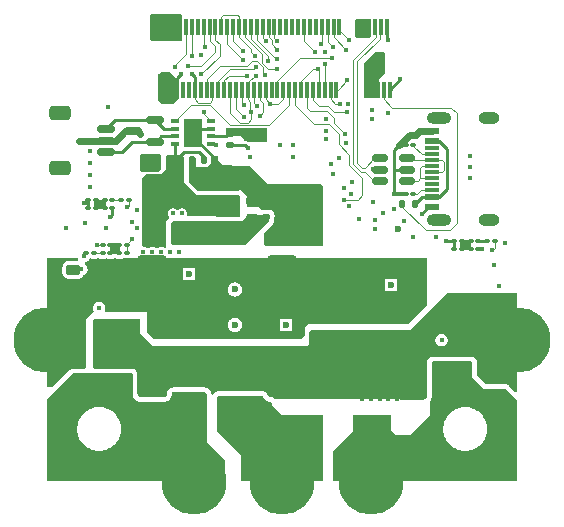
<source format=gbl>
%TF.GenerationSoftware,KiCad,Pcbnew,(7.0.0)*%
%TF.CreationDate,2023-07-15T19:37:13+02:00*%
%TF.ProjectId,Leistungsteil,4c656973-7475-46e6-9773-7465696c2e6b,rev?*%
%TF.SameCoordinates,Original*%
%TF.FileFunction,Copper,L8,Bot*%
%TF.FilePolarity,Positive*%
%FSLAX46Y46*%
G04 Gerber Fmt 4.6, Leading zero omitted, Abs format (unit mm)*
G04 Created by KiCad (PCBNEW (7.0.0)) date 2023-07-15 19:37:13*
%MOMM*%
%LPD*%
G01*
G04 APERTURE LIST*
G04 Aperture macros list*
%AMRoundRect*
0 Rectangle with rounded corners*
0 $1 Rounding radius*
0 $2 $3 $4 $5 $6 $7 $8 $9 X,Y pos of 4 corners*
0 Add a 4 corners polygon primitive as box body*
4,1,4,$2,$3,$4,$5,$6,$7,$8,$9,$2,$3,0*
0 Add four circle primitives for the rounded corners*
1,1,$1+$1,$2,$3*
1,1,$1+$1,$4,$5*
1,1,$1+$1,$6,$7*
1,1,$1+$1,$8,$9*
0 Add four rect primitives between the rounded corners*
20,1,$1+$1,$2,$3,$4,$5,0*
20,1,$1+$1,$4,$5,$6,$7,0*
20,1,$1+$1,$6,$7,$8,$9,0*
20,1,$1+$1,$8,$9,$2,$3,0*%
G04 Aperture macros list end*
%TA.AperFunction,ConnectorPad*%
%ADD10C,5.500000*%
%TD*%
%TA.AperFunction,ComponentPad*%
%ADD11C,3.600000*%
%TD*%
%TA.AperFunction,SMDPad,CuDef*%
%ADD12R,1.550000X2.400000*%
%TD*%
%TA.AperFunction,SMDPad,CuDef*%
%ADD13R,0.650000X0.350000*%
%TD*%
%TA.AperFunction,SMDPad,CuDef*%
%ADD14RoundRect,0.250000X1.000000X-1.750000X1.000000X1.750000X-1.000000X1.750000X-1.000000X-1.750000X0*%
%TD*%
%TA.AperFunction,SMDPad,CuDef*%
%ADD15RoundRect,0.100000X0.130000X0.100000X-0.130000X0.100000X-0.130000X-0.100000X0.130000X-0.100000X0*%
%TD*%
%TA.AperFunction,SMDPad,CuDef*%
%ADD16RoundRect,0.100000X-0.130000X-0.100000X0.130000X-0.100000X0.130000X0.100000X-0.130000X0.100000X0*%
%TD*%
%TA.AperFunction,SMDPad,CuDef*%
%ADD17RoundRect,0.250000X0.650000X-0.350000X0.650000X0.350000X-0.650000X0.350000X-0.650000X-0.350000X0*%
%TD*%
%TA.AperFunction,SMDPad,CuDef*%
%ADD18RoundRect,0.150000X0.625000X-0.150000X0.625000X0.150000X-0.625000X0.150000X-0.625000X-0.150000X0*%
%TD*%
%TA.AperFunction,SMDPad,CuDef*%
%ADD19RoundRect,0.140000X0.170000X-0.140000X0.170000X0.140000X-0.170000X0.140000X-0.170000X-0.140000X0*%
%TD*%
%TA.AperFunction,SMDPad,CuDef*%
%ADD20R,0.300000X1.375000*%
%TD*%
%TA.AperFunction,ComponentPad*%
%ADD21O,2.100000X1.000000*%
%TD*%
%TA.AperFunction,ComponentPad*%
%ADD22O,1.800000X1.000000*%
%TD*%
%TA.AperFunction,SMDPad,CuDef*%
%ADD23R,1.150000X0.600000*%
%TD*%
%TA.AperFunction,SMDPad,CuDef*%
%ADD24R,1.150000X0.300000*%
%TD*%
%TA.AperFunction,SMDPad,CuDef*%
%ADD25RoundRect,0.135000X0.135000X0.185000X-0.135000X0.185000X-0.135000X-0.185000X0.135000X-0.185000X0*%
%TD*%
%TA.AperFunction,SMDPad,CuDef*%
%ADD26RoundRect,0.140000X0.140000X0.170000X-0.140000X0.170000X-0.140000X-0.170000X0.140000X-0.170000X0*%
%TD*%
%TA.AperFunction,SMDPad,CuDef*%
%ADD27RoundRect,0.150000X0.512500X0.150000X-0.512500X0.150000X-0.512500X-0.150000X0.512500X-0.150000X0*%
%TD*%
%TA.AperFunction,SMDPad,CuDef*%
%ADD28RoundRect,0.150000X0.587500X0.150000X-0.587500X0.150000X-0.587500X-0.150000X0.587500X-0.150000X0*%
%TD*%
%TA.AperFunction,SMDPad,CuDef*%
%ADD29RoundRect,0.225000X0.375000X-0.225000X0.375000X0.225000X-0.375000X0.225000X-0.375000X-0.225000X0*%
%TD*%
%TA.AperFunction,SMDPad,CuDef*%
%ADD30RoundRect,0.140000X-0.170000X0.140000X-0.170000X-0.140000X0.170000X-0.140000X0.170000X0.140000X0*%
%TD*%
%TA.AperFunction,SMDPad,CuDef*%
%ADD31RoundRect,0.140000X-0.140000X-0.170000X0.140000X-0.170000X0.140000X0.170000X-0.140000X0.170000X0*%
%TD*%
%TA.AperFunction,SMDPad,CuDef*%
%ADD32R,2.000000X1.500000*%
%TD*%
%TA.AperFunction,SMDPad,CuDef*%
%ADD33R,2.000000X3.800000*%
%TD*%
%TA.AperFunction,SMDPad,CuDef*%
%ADD34RoundRect,0.225000X0.250000X-0.225000X0.250000X0.225000X-0.250000X0.225000X-0.250000X-0.225000X0*%
%TD*%
%TA.AperFunction,ViaPad*%
%ADD35C,0.450000*%
%TD*%
%TA.AperFunction,ViaPad*%
%ADD36C,0.600000*%
%TD*%
%TA.AperFunction,Conductor*%
%ADD37C,0.250000*%
%TD*%
%TA.AperFunction,Conductor*%
%ADD38C,0.600000*%
%TD*%
%TA.AperFunction,Conductor*%
%ADD39C,0.100000*%
%TD*%
%TA.AperFunction,Conductor*%
%ADD40C,0.125000*%
%TD*%
G04 APERTURE END LIST*
D10*
%TO.P,Phase_W1,1,1*%
%TO.N,Phase_W_Source_H*%
X197500000Y-130000000D03*
D11*
X197500000Y-130000000D03*
%TD*%
D10*
%TO.P,Positiv1,1,1*%
%TO.N,+BATT*%
X210000000Y-118000000D03*
D11*
X210000000Y-118000000D03*
%TD*%
D10*
%TO.P,Phase_V1,1,1*%
%TO.N,Phase_V_Source_H*%
X190000000Y-130000000D03*
D11*
X190000000Y-130000000D03*
%TD*%
D10*
%TO.P,Negativ1,1,1*%
%TO.N,Phase_U_GND*%
X170000000Y-118000000D03*
D11*
X170000000Y-118000000D03*
%TD*%
D10*
%TO.P,Phase_U1,1,1*%
%TO.N,Phase_U_Source_H*%
X182500000Y-130000000D03*
D11*
X182500000Y-130000000D03*
%TD*%
D12*
%TO.P,U3,9,GND*%
%TO.N,Phase_U_GND*%
X182449999Y-100424999D03*
D13*
%TO.P,U3,8,STB*%
%TO.N,I2C_SCL*%
X180899999Y-99449999D03*
%TO.P,U3,7,CANH*%
%TO.N,Net-(CAN_Con1-Pin_3)*%
X180899999Y-100099999D03*
%TO.P,U3,6,CANL*%
%TO.N,Net-(CAN_Con1-Pin_1)*%
X180899999Y-100749999D03*
%TO.P,U3,5,VIO*%
%TO.N,+3V3*%
X180899999Y-101399999D03*
%TO.P,U3,4,RXD*%
%TO.N,CAN_RX*%
X183999999Y-101399999D03*
%TO.P,U3,3,VCC*%
%TO.N,+5V*%
X183999999Y-100749999D03*
%TO.P,U3,2,GND*%
%TO.N,Phase_U_GND*%
X183999999Y-100099999D03*
%TO.P,U3,1,TXD*%
%TO.N,CAN_TX*%
X183999999Y-99449999D03*
%TD*%
D14*
%TO.P,C_IN1,2*%
%TO.N,Phase_U_GND*%
X190000000Y-112800000D03*
%TO.P,C_IN1,1*%
%TO.N,+BATT*%
X190000000Y-120800000D03*
%TD*%
D15*
%TO.P,R_sense_W1,2*%
%TO.N,Net-(R_sense_W1-Pad2)*%
X207360000Y-109600000D03*
%TO.P,R_sense_W1,1*%
%TO.N,Phase_W_Source_H*%
X208000000Y-109600000D03*
%TD*%
%TO.P,R_sense_V1,2*%
%TO.N,Net-(R_sense_V1-Pad2)*%
X176360000Y-106100000D03*
%TO.P,R_sense_V1,1*%
%TO.N,Phase_V_Source_H*%
X177000000Y-106100000D03*
%TD*%
%TO.P,R_sense_V2,2*%
%TO.N,ADC1_3*%
X174960000Y-106100000D03*
%TO.P,R_sense_V2,1*%
%TO.N,Net-(R_sense_V1-Pad2)*%
X175600000Y-106100000D03*
%TD*%
%TO.P,D_sense_W1,2,A*%
%TO.N,ADC2_3*%
X205960000Y-110300000D03*
%TO.P,D_sense_W1,1,K*%
%TO.N,+3V3*%
X206600000Y-110300000D03*
%TD*%
D16*
%TO.P,D_sense_U1,2,A*%
%TO.N,ADC321_4*%
X175465000Y-109900000D03*
%TO.P,D_sense_U1,1,K*%
%TO.N,+3V3*%
X174825000Y-109900000D03*
%TD*%
D15*
%TO.P,R_sense_W3,2*%
%TO.N,Phase_U_GND*%
X204560000Y-109600000D03*
%TO.P,R_sense_W3,1*%
%TO.N,ADC2_3*%
X205200000Y-109600000D03*
%TD*%
D17*
%TO.P,CAN_Con1,MP*%
%TO.N,N/C*%
X171225000Y-98800000D03*
X171225000Y-103400000D03*
D18*
%TO.P,CAN_Con1,3,Pin_3*%
%TO.N,Net-(CAN_Con1-Pin_3)*%
X175100000Y-100100000D03*
%TO.P,CAN_Con1,2,Pin_2*%
%TO.N,Phase_U_GND*%
X175100000Y-101100000D03*
%TO.P,CAN_Con1,1,Pin_1*%
%TO.N,Net-(CAN_Con1-Pin_1)*%
X175100000Y-102100000D03*
%TD*%
D19*
%TO.P,C_LDO4,2*%
%TO.N,Phase_U_GND*%
X188650000Y-106620000D03*
%TO.P,C_LDO4,1*%
%TO.N,+5V*%
X188650000Y-107580000D03*
%TD*%
D14*
%TO.P,C_IN2,2*%
%TO.N,Phase_U_GND*%
X201000000Y-113050000D03*
%TO.P,C_IN2,1*%
%TO.N,+BATT*%
X201000000Y-121050000D03*
%TD*%
D20*
%TO.P,J1,75,GND*%
%TO.N,Phase_U_GND*%
X199099999Y-96799999D03*
%TO.P,J1,74,GND*%
X198849999Y-91499999D03*
%TO.P,J1,73,USB_Detect*%
%TO.N,USB_Spannung*%
X198599999Y-96799999D03*
%TO.P,J1,72,USB_D-*%
%TO.N,USB_D-*%
X198349999Y-91499999D03*
%TO.P,J1,71,3.3V*%
%TO.N,+3V3*%
X198099999Y-96799999D03*
%TO.P,J1,70,USB_D+*%
%TO.N,USB_D+*%
X197849999Y-91499999D03*
%TO.P,J1,69,3.3V*%
%TO.N,+3V3*%
X197599999Y-96799999D03*
%TO.P,J1,68,GND*%
%TO.N,Phase_U_GND*%
X197349999Y-91499999D03*
%TO.P,J1,67,3.3V*%
%TO.N,+3V3*%
X197099999Y-96799999D03*
%TO.P,J1,58,UART2_2*%
%TO.N,LPUART TX*%
X194849999Y-91499999D03*
%TO.P,J1,57,GND*%
%TO.N,Phase_U_GND*%
X194599999Y-96799999D03*
%TO.P,J1,56,UART2_1*%
%TO.N,LPUART RX*%
X194349999Y-91499999D03*
%TO.P,J1,55,SPI1_1*%
%TO.N,SPI_2_SCLK*%
X194099999Y-96799999D03*
%TO.P,J1,54,GND*%
%TO.N,Phase_U_GND*%
X193849999Y-91499999D03*
%TO.P,J1,53,SPI1_2*%
%TO.N,SPI_2_MISO*%
X193599999Y-96799999D03*
%TO.P,J1,52,I2C2_3*%
%TO.N,TIM1_BKIN*%
X193349999Y-91499999D03*
%TO.P,J1,51,GND*%
%TO.N,Phase_U_GND*%
X193099999Y-96799999D03*
%TO.P,J1,50,I2C2_2*%
%TO.N,I2C2_SCL*%
X192849999Y-91499999D03*
%TO.P,J1,49,SPI1_4*%
%TO.N,SPI_2_MOSI*%
X192599999Y-96799999D03*
%TO.P,J1,48,I2C2_1*%
%TO.N,I2C2_SDA*%
X192349999Y-91499999D03*
%TO.P,J1,47,SPI1_3*%
%TO.N,SPI_2_CS*%
X192099999Y-96799999D03*
%TO.P,J1,46,GND*%
%TO.N,Phase_U_GND*%
X191849999Y-91499999D03*
%TO.P,J1,45,GND*%
X191599999Y-96799999D03*
%TO.P,J1,44,UART3_2*%
%TO.N,USART2_RX*%
X191349999Y-91499999D03*
%TO.P,J1,43,I2C1_1*%
%TO.N,I2C_SDA*%
X191099999Y-96799999D03*
%TO.P,J1,42,UART3_1*%
%TO.N,USART2_TX*%
X190849999Y-91499999D03*
%TO.P,J1,41,I2C1_2*%
%TO.N,I2C_SCL*%
X190599999Y-96799999D03*
%TO.P,J1,40,PWM4_1*%
%TO.N,PWM_Z_N*%
X190349999Y-91499999D03*
%TO.P,J1,39,GND*%
%TO.N,Phase_U_GND*%
X190099999Y-96799999D03*
%TO.P,J1,38,PWM4_2*%
%TO.N,PWM_Z_P*%
X189849999Y-91499999D03*
%TO.P,J1,37,UART1_2*%
%TO.N,UART8_TX*%
X189599999Y-96799999D03*
%TO.P,J1,36,PWM3_1*%
%TO.N,PWM_W_P*%
X189349999Y-91499999D03*
%TO.P,J1,35,UART1_1*%
%TO.N,UART8_RX*%
X189099999Y-96799999D03*
%TO.P,J1,34,PWM3_2*%
%TO.N,PWM_W_N*%
X188849999Y-91499999D03*
%TO.P,J1,33,GND*%
%TO.N,Phase_U_GND*%
X188599999Y-96799999D03*
%TO.P,J1,32,PWM2_1*%
%TO.N,PWM_V_P*%
X188349999Y-91499999D03*
%TO.P,J1,31,SPI2_3*%
%TO.N,SPI_1_MOSI*%
X188099999Y-96799999D03*
%TO.P,J1,30,PWM2_2*%
%TO.N,PWM_V_N*%
X187849999Y-91499999D03*
%TO.P,J1,29,SPI2_4*%
%TO.N,SPI_1_MISO*%
X187599999Y-96799999D03*
%TO.P,J1,28,PWM1_1*%
%TO.N,PWM_U_P*%
X187349999Y-91499999D03*
%TO.P,J1,27,GND*%
%TO.N,Phase_U_GND*%
X187099999Y-96799999D03*
%TO.P,J1,26,PWM1_2*%
%TO.N,PWM_U_N*%
X186849999Y-91499999D03*
%TO.P,J1,25,SPI2_1*%
%TO.N,SPI_1_SCLK*%
X186599999Y-96799999D03*
%TO.P,J1,24,GND*%
%TO.N,Phase_U_GND*%
X186349999Y-91499999D03*
%TO.P,J1,23,SPI2_2*%
%TO.N,SPI_1_CS*%
X186099999Y-96799999D03*
%TO.P,J1,22,CAN_1*%
%TO.N,CAN_RX*%
X185849999Y-91499999D03*
%TO.P,J1,21,GND*%
%TO.N,Phase_U_GND*%
X185599999Y-96799999D03*
%TO.P,J1,20,CAN_2*%
%TO.N,CAN_TX*%
X185349999Y-91499999D03*
%TO.P,J1,19,Analog1_1*%
%TO.N,ADC1_-*%
X185099999Y-96799999D03*
%TO.P,J1,18,GND*%
%TO.N,Phase_U_GND*%
X184849999Y-91499999D03*
%TO.P,J1,17,Analog1_2*%
%TO.N,ADC1_+*%
X184599999Y-96799999D03*
%TO.P,J1,16,Analog4_1*%
%TO.N,ADC321_4*%
X184349999Y-91499999D03*
%TO.P,J1,15,GND*%
%TO.N,Phase_U_GND*%
X184099999Y-96799999D03*
%TO.P,J1,14,Analog4_6*%
%TO.N,ADC3_1*%
X183849999Y-91499999D03*
%TO.P,J1,13,Analog2_1*%
%TO.N,ADC2_-*%
X183599999Y-96799999D03*
%TO.P,J1,12,Analog4_5*%
%TO.N,ADC3_2*%
X183349999Y-91499999D03*
%TO.P,J1,11,Analog2_2*%
%TO.N,ADC2_+*%
X183099999Y-96799999D03*
%TO.P,J1,10,Analog4_4*%
%TO.N,DAC_OUT*%
X182849999Y-91499999D03*
%TO.P,J1,9,GND*%
%TO.N,Phase_U_GND*%
X182599999Y-96799999D03*
%TO.P,J1,8,Analog4_3*%
%TO.N,ADC2_3*%
X182349999Y-91499999D03*
%TO.P,J1,7,Analog3_1*%
%TO.N,COMP1_P*%
X182099999Y-96799999D03*
%TO.P,J1,6,Analog4_2*%
%TO.N,ADC1_3*%
X181849999Y-91499999D03*
%TO.P,J1,5,Analog3_2*%
%TO.N,COMP1_N*%
X181599999Y-96799999D03*
%TO.P,J1,4,3.3V*%
%TO.N,+3V3*%
X181349999Y-91499999D03*
%TO.P,J1,3,GND*%
%TO.N,Phase_U_GND*%
X181099999Y-96799999D03*
%TO.P,J1,2,3.3V*%
%TO.N,+3V3*%
X180849999Y-91499999D03*
%TO.P,J1,1,GND*%
%TO.N,Phase_U_GND*%
X180599999Y-96799999D03*
%TD*%
D21*
%TO.P,J7,S1,SHIELD*%
%TO.N,unconnected-(J7-SHIELD-PadS1)*%
X203299999Y-107829999D03*
D22*
X207479999Y-107829999D03*
D21*
X203299999Y-99189999D03*
D22*
X207479999Y-99189999D03*
D23*
%TO.P,J7,B12,GND*%
%TO.N,Phase_U_GND*%
X202724999Y-100309999D03*
%TO.P,J7,B9,VBUS*%
%TO.N,Net-(J7-VBUS-PadA4)*%
X202724999Y-101109999D03*
D24*
%TO.P,J7,B8,SBU2*%
%TO.N,unconnected-(J7-SBU2-PadB8)*%
X202724999Y-101759999D03*
%TO.P,J7,B7,D-*%
%TO.N,USB_CONN_D-*%
X202724999Y-102759999D03*
%TO.P,J7,B6,D+*%
%TO.N,USB_CONN_D+*%
X202724999Y-104259999D03*
%TO.P,J7,B5,CC2*%
%TO.N,/Spannungsversorgung/CC2*%
X202724999Y-105259999D03*
D23*
%TO.P,J7,B4,VBUS*%
%TO.N,Net-(J7-VBUS-PadA4)*%
X202724999Y-105909999D03*
%TO.P,J7,B1,GND*%
%TO.N,Phase_U_GND*%
X202724999Y-106709999D03*
%TO.P,J7,A12,GND*%
X202724999Y-106709999D03*
%TO.P,J7,A9,VBUS*%
%TO.N,Net-(J7-VBUS-PadA4)*%
X202724999Y-105909999D03*
D24*
%TO.P,J7,A8,SBU1*%
%TO.N,unconnected-(J7-SBU1-PadA8)*%
X202724999Y-104759999D03*
%TO.P,J7,A7,D-*%
%TO.N,USB_CONN_D-*%
X202724999Y-103759999D03*
%TO.P,J7,A6,D+*%
%TO.N,USB_CONN_D+*%
X202724999Y-103259999D03*
%TO.P,J7,A5,CC1*%
%TO.N,/Spannungsversorgung/CC1*%
X202724999Y-102259999D03*
D23*
%TO.P,J7,A4,VBUS*%
%TO.N,Net-(J7-VBUS-PadA4)*%
X202724999Y-101109999D03*
%TO.P,J7,A1,GND*%
%TO.N,Phase_U_GND*%
X202724999Y-100309999D03*
%TD*%
D15*
%TO.P,R_USB2,2*%
%TO.N,Phase_U_GND*%
X200480000Y-101500000D03*
%TO.P,R_USB2,1*%
%TO.N,/Spannungsversorgung/CC1*%
X201120000Y-101500000D03*
%TD*%
D25*
%TO.P,R_USB3,2*%
%TO.N,USB_Spannung*%
X200190000Y-106500000D03*
%TO.P,R_USB3,1*%
%TO.N,Net-(J7-VBUS-PadA4)*%
X201210000Y-106500000D03*
%TD*%
D15*
%TO.P,R_sense_W2,2*%
%TO.N,ADC2_3*%
X205960000Y-109600000D03*
%TO.P,R_sense_W2,1*%
%TO.N,Net-(R_sense_W1-Pad2)*%
X206600000Y-109600000D03*
%TD*%
%TO.P,C_sense_V1,2*%
%TO.N,Phase_U_GND*%
X173560000Y-106800000D03*
%TO.P,C_sense_V1,1*%
%TO.N,ADC1_3*%
X174200000Y-106800000D03*
%TD*%
%TO.P,C_sense_W1,2*%
%TO.N,Phase_U_GND*%
X204560000Y-110300000D03*
%TO.P,C_sense_W1,1*%
%TO.N,ADC2_3*%
X205200000Y-110300000D03*
%TD*%
D26*
%TO.P,C_Reset1,2*%
%TO.N,Phase_U_GND*%
X179520000Y-102700000D03*
%TO.P,C_Reset1,1*%
%TO.N,+3V3*%
X180480000Y-102700000D03*
%TD*%
D16*
%TO.P,R_sense_U3,2*%
%TO.N,Net-(R_sense_U1-Pad1)*%
X174065000Y-110600000D03*
%TO.P,R_sense_U3,1*%
%TO.N,Phase_U_Source_H*%
X173425000Y-110600000D03*
%TD*%
D15*
%TO.P,D_sense_V1,2,A*%
%TO.N,ADC1_3*%
X174960000Y-106800000D03*
%TO.P,D_sense_V1,1,K*%
%TO.N,+3V3*%
X175600000Y-106800000D03*
%TD*%
D27*
%TO.P,U2,6,I/O1*%
%TO.N,USB_D-*%
X198325000Y-102600000D03*
%TO.P,U2,5,VBUS*%
%TO.N,+3V3*%
X198325000Y-103550000D03*
%TO.P,U2,4,I/O2*%
%TO.N,USB_D+*%
X198325000Y-104500000D03*
%TO.P,U2,3,I/O2*%
%TO.N,USB_CONN_D+*%
X200600000Y-104500000D03*
%TO.P,U2,2,GND*%
%TO.N,Phase_U_GND*%
X200600000Y-103550000D03*
%TO.P,U2,1,I/O1*%
%TO.N,USB_CONN_D-*%
X200600000Y-102600000D03*
%TD*%
D28*
%TO.P,D2,3,A*%
%TO.N,Phase_U_GND*%
X177362500Y-100300000D03*
%TO.P,D2,2,K*%
%TO.N,Net-(CAN_Con1-Pin_1)*%
X179237500Y-101250000D03*
%TO.P,D2,1,K*%
%TO.N,Net-(CAN_Con1-Pin_3)*%
X179237500Y-99350000D03*
%TD*%
D29*
%TO.P,D_TVS1,2,A2*%
%TO.N,+BATT*%
X172300000Y-112050000D03*
%TO.P,D_TVS1,1,A1*%
%TO.N,Phase_U_GND*%
X172300000Y-115350000D03*
%TD*%
D30*
%TO.P,C_Reset2,2*%
%TO.N,Phase_U_GND*%
X185600000Y-101480000D03*
%TO.P,C_Reset2,1*%
%TO.N,+5V*%
X185600000Y-100520000D03*
%TD*%
D16*
%TO.P,R_sense_U1,2*%
%TO.N,ADC321_4*%
X175465000Y-110600000D03*
%TO.P,R_sense_U1,1*%
%TO.N,Net-(R_sense_U1-Pad1)*%
X174825000Y-110600000D03*
%TD*%
D31*
%TO.P,C_LDO5,2*%
%TO.N,Phase_U_GND*%
X182330000Y-102700000D03*
%TO.P,C_LDO5,1*%
%TO.N,+3V3*%
X181370000Y-102700000D03*
%TD*%
D16*
%TO.P,C_sense_U1,2*%
%TO.N,Phase_U_GND*%
X176865000Y-109900000D03*
%TO.P,C_sense_U1,1*%
%TO.N,ADC321_4*%
X176225000Y-109900000D03*
%TD*%
D31*
%TO.P,C_LDO6,2*%
%TO.N,Phase_U_GND*%
X184330000Y-102700000D03*
%TO.P,C_LDO6,1*%
%TO.N,+3V3*%
X183370000Y-102700000D03*
%TD*%
D32*
%TO.P,U1,3,VI*%
%TO.N,+5V*%
X185449999Y-109099999D03*
D33*
%TO.P,U1,2,VO*%
%TO.N,+3V3*%
X179149999Y-106799999D03*
D32*
X185449999Y-106799999D03*
%TO.P,U1,1,GND*%
%TO.N,Phase_U_GND*%
X185449999Y-104499999D03*
%TD*%
D15*
%TO.P,R_USB1,2*%
%TO.N,Phase_U_GND*%
X200480000Y-105600000D03*
%TO.P,R_USB1,1*%
%TO.N,/Spannungsversorgung/CC2*%
X201120000Y-105600000D03*
%TD*%
D14*
%TO.P,C_IN3,2*%
%TO.N,Phase_U_GND*%
X179000000Y-112800000D03*
%TO.P,C_IN3,1*%
%TO.N,+BATT*%
X179000000Y-120800000D03*
%TD*%
D15*
%TO.P,R_sense_V3,2*%
%TO.N,Phase_U_GND*%
X173560000Y-106100000D03*
%TO.P,R_sense_V3,1*%
%TO.N,ADC1_3*%
X174200000Y-106100000D03*
%TD*%
D34*
%TO.P,C_LDO3,2*%
%TO.N,Phase_U_GND*%
X187450000Y-106225000D03*
%TO.P,C_LDO3,1*%
%TO.N,+5V*%
X187450000Y-107775000D03*
%TD*%
D16*
%TO.P,R_sense_U2,2*%
%TO.N,Phase_U_GND*%
X176865000Y-110600000D03*
%TO.P,R_sense_U2,1*%
%TO.N,ADC321_4*%
X176225000Y-110600000D03*
%TD*%
D35*
%TO.N,Phase_U_GND*%
X177000000Y-114500000D03*
X201600000Y-100300000D03*
X181250000Y-111250000D03*
X179000000Y-112750000D03*
X197600000Y-98500000D03*
X178250000Y-110500000D03*
X179750000Y-112000000D03*
X190250000Y-109250000D03*
X177300000Y-109400000D03*
X189500000Y-108500000D03*
X178500000Y-103250000D03*
X181400000Y-95500000D03*
X192500000Y-108500000D03*
X194750000Y-115000000D03*
X193750000Y-99250000D03*
X180000000Y-97750000D03*
X191500000Y-117250000D03*
X205900000Y-104300000D03*
X190250000Y-106250000D03*
X194750000Y-116000000D03*
X187700000Y-93900000D03*
X197850000Y-107800000D03*
X193000000Y-95000000D03*
X193750000Y-100250000D03*
D36*
X199200000Y-113300000D03*
D35*
X194000000Y-115000000D03*
X198000000Y-114000000D03*
X178250000Y-111250000D03*
D36*
X186800000Y-113100000D03*
D35*
X191000000Y-108500000D03*
X172800000Y-101100000D03*
X190250000Y-107000000D03*
X188750000Y-106250000D03*
X181250000Y-110500000D03*
X180500000Y-111250000D03*
D36*
X186100000Y-111400000D03*
D35*
X180000000Y-96250000D03*
D36*
X182100000Y-112400000D03*
D35*
X191750000Y-106250000D03*
X178250000Y-112750000D03*
X198750000Y-116000000D03*
X201100000Y-109250000D03*
X196500000Y-116000000D03*
X191000000Y-107750000D03*
X183250000Y-104500000D03*
X180000000Y-97000000D03*
X175100000Y-108500000D03*
X194000000Y-116000000D03*
X190250000Y-108500000D03*
X197250000Y-114000000D03*
X182750000Y-111250000D03*
X191750000Y-109250000D03*
X178250000Y-113500000D03*
X179000000Y-112000000D03*
X179750000Y-112750000D03*
X192500000Y-106250000D03*
X192500000Y-115000000D03*
X208400000Y-113430000D03*
X189500000Y-107000000D03*
X189500000Y-107750000D03*
X195500000Y-96000000D03*
X182400000Y-95500000D03*
X179750000Y-111250000D03*
X194300000Y-93200000D03*
X182500000Y-103750000D03*
X199500000Y-116000000D03*
X191000000Y-107000000D03*
X179000000Y-111250000D03*
X191750000Y-105500000D03*
X178000000Y-100500000D03*
X192800000Y-93600000D03*
X197600000Y-99300000D03*
X192500000Y-109250000D03*
X179250000Y-103250000D03*
X189500000Y-105500000D03*
X195600000Y-98000000D03*
X195400000Y-101300000D03*
X191000000Y-106250000D03*
X203900000Y-109600000D03*
X191000000Y-109250000D03*
X180000000Y-95500000D03*
X173200000Y-106400000D03*
X189800000Y-101500000D03*
X191750000Y-115000000D03*
X191750000Y-108500000D03*
X192500000Y-107750000D03*
X200000000Y-95900000D03*
X193600000Y-93600000D03*
X199500000Y-115250000D03*
X198750000Y-114000000D03*
X191750000Y-107750000D03*
X177500000Y-112000000D03*
X197250000Y-116000000D03*
X199000000Y-92600000D03*
X187800000Y-95600000D03*
X190250000Y-107750000D03*
X179750000Y-110500000D03*
X177500000Y-112750000D03*
X182500000Y-104500000D03*
X189500000Y-106250000D03*
X180500000Y-110500000D03*
X182000000Y-111250000D03*
X191000000Y-115000000D03*
X200800000Y-100600000D03*
X178250000Y-112000000D03*
X183150000Y-93850000D03*
X198500000Y-112750000D03*
X177500000Y-111250000D03*
X187400000Y-98700000D03*
X191000000Y-105500000D03*
X198000000Y-116000000D03*
X189500000Y-109250000D03*
X190900000Y-101500000D03*
D36*
X190300000Y-116700000D03*
D35*
X199500000Y-105600000D03*
X193250000Y-115000000D03*
X192500000Y-116000000D03*
D36*
X199800000Y-108545000D03*
D35*
X192500000Y-105500000D03*
X191000000Y-115750000D03*
X201800000Y-107300000D03*
X199250000Y-112250000D03*
X196600000Y-92200000D03*
X183500000Y-111250000D03*
X199500000Y-114500000D03*
X193250000Y-116000000D03*
X193750000Y-101000000D03*
X189000000Y-98000000D03*
X179000000Y-110500000D03*
X191750000Y-107000000D03*
D36*
X195700000Y-111800000D03*
D35*
X183250000Y-103750000D03*
X192500000Y-107000000D03*
X182400000Y-99600000D03*
X190250000Y-105500000D03*
X191500000Y-116500000D03*
X187100000Y-101700000D03*
X191750000Y-115750000D03*
%TO.N,+BATT*%
X193500000Y-119750000D03*
X190500000Y-122000000D03*
X175250000Y-117250000D03*
X196750000Y-117750000D03*
X177500000Y-117250000D03*
X192000000Y-122750000D03*
X176000000Y-118750000D03*
X187278750Y-102521250D03*
X196750000Y-123000000D03*
X194250000Y-122750000D03*
X174500000Y-119500000D03*
X199000000Y-121500000D03*
X192000000Y-122000000D03*
X180750000Y-107250000D03*
X193500000Y-122750000D03*
X176750000Y-118750000D03*
X194500000Y-117750000D03*
X176750000Y-117250000D03*
X191250000Y-121250000D03*
X199750000Y-122250000D03*
X174500000Y-117250000D03*
X198250000Y-122250000D03*
X197500000Y-120750000D03*
X198250000Y-120000000D03*
X176000000Y-116500000D03*
X199000000Y-120750000D03*
X176750000Y-118000000D03*
X192750000Y-122000000D03*
X175250000Y-118000000D03*
X191250000Y-120500000D03*
X197500000Y-121500000D03*
X177500000Y-118750000D03*
X192750000Y-122750000D03*
X176000000Y-118000000D03*
X174500000Y-118750000D03*
X176000000Y-119500000D03*
X176750000Y-119500000D03*
X191250000Y-119750000D03*
X199750000Y-120000000D03*
X176000000Y-117250000D03*
X197500000Y-123000000D03*
X173000000Y-112000000D03*
X198250000Y-120750000D03*
X199000000Y-120000000D03*
X196750000Y-122250000D03*
X176750000Y-116500000D03*
X198250000Y-121500000D03*
X194250000Y-121250000D03*
X177250000Y-108000000D03*
X190500000Y-120500000D03*
X191250000Y-122000000D03*
X197500000Y-120000000D03*
X192750000Y-119750000D03*
X194250000Y-120500000D03*
X190500000Y-122750000D03*
X193250000Y-117750000D03*
X193500000Y-120500000D03*
X199750000Y-123000000D03*
X177500000Y-116500000D03*
X177500000Y-118000000D03*
X198250000Y-123000000D03*
X174500000Y-116500000D03*
X199750000Y-121500000D03*
X194250000Y-122000000D03*
X197500000Y-122250000D03*
X192000000Y-120500000D03*
X198250000Y-117750000D03*
X199000000Y-122250000D03*
X192000000Y-121250000D03*
X175250000Y-116500000D03*
X190500000Y-121250000D03*
X192750000Y-120500000D03*
X193500000Y-122000000D03*
X175250000Y-119500000D03*
X194250000Y-119750000D03*
X196750000Y-120000000D03*
X192000000Y-119750000D03*
X193500000Y-121250000D03*
X196750000Y-120750000D03*
X190500000Y-119750000D03*
X199000000Y-123000000D03*
X181500000Y-107250000D03*
X174500000Y-115250000D03*
X199750000Y-120750000D03*
X191250000Y-122750000D03*
X196750000Y-121500000D03*
X192750000Y-121250000D03*
X175250000Y-118750000D03*
X190900000Y-102450000D03*
X177750000Y-108500000D03*
X177500000Y-119500000D03*
X172250000Y-112000000D03*
X174500000Y-118000000D03*
%TO.N,+5V*%
X180750000Y-109000000D03*
X180750000Y-108250000D03*
X187750000Y-101000000D03*
X181500000Y-108250000D03*
X181500000Y-109000000D03*
X188500000Y-101000000D03*
X188500000Y-100250000D03*
%TO.N,ADC1_-*%
X198500000Y-107250000D03*
X187000000Y-95600000D03*
%TO.N,ADC1_+*%
X187750000Y-94850000D03*
X200350000Y-107900000D03*
%TO.N,ADC2_-*%
X203000000Y-109250000D03*
X188550000Y-95550000D03*
%TO.N,+3V3*%
X198400000Y-94600000D03*
X181750000Y-105250000D03*
X181000000Y-105250000D03*
X181000000Y-90750000D03*
X198400000Y-93800000D03*
X175400000Y-107600000D03*
X197700000Y-103500000D03*
X179500000Y-90750000D03*
X181000000Y-106000000D03*
X199500000Y-106900000D03*
X180250000Y-90750000D03*
X181750000Y-106000000D03*
X206900000Y-110300000D03*
X197900000Y-108600000D03*
X177750000Y-107000000D03*
X171700000Y-108500000D03*
X208900000Y-109800000D03*
X179500000Y-91500000D03*
X180250000Y-92250000D03*
X179500000Y-92250000D03*
X174300000Y-109900000D03*
X175250000Y-98250000D03*
%TO.N,ADC321_4*%
X175900000Y-110200000D03*
X183100000Y-95500000D03*
%TO.N,ADC1_3*%
X174600000Y-106500000D03*
X180900000Y-94900000D03*
%TO.N,ADC2_3*%
X182350000Y-93900000D03*
X205600000Y-109900000D03*
%TO.N,ADC3_2*%
X207900000Y-111600000D03*
X183500000Y-93200000D03*
%TO.N,ADC3_1*%
X182050000Y-94800000D03*
X173300000Y-108100000D03*
%TO.N,SPI_1_MOSI*%
X188100000Y-99000000D03*
X173700000Y-102000000D03*
%TO.N,SPI_1_SCLK*%
X173700000Y-103000000D03*
X186800000Y-98100000D03*
%TO.N,SPI_1_MISO*%
X173700000Y-104000000D03*
X187900000Y-98200000D03*
%TO.N,SPI_1_CS*%
X173700000Y-105000000D03*
X186800000Y-99100000D03*
%TO.N,LPUART TX*%
X205900000Y-103300000D03*
X195700000Y-92600000D03*
%TO.N,LPUART RX*%
X195400000Y-93400000D03*
X205900000Y-102400000D03*
%TO.N,CAN_TX*%
X183400000Y-98700000D03*
X186700000Y-94300000D03*
%TO.N,CAN_RX*%
X184400000Y-101500000D03*
X186700000Y-93500000D03*
%TO.N,PWM_U_N*%
X195200000Y-105100000D03*
X189600000Y-95000000D03*
%TO.N,PWM_U_P*%
X195800000Y-105600000D03*
X188800000Y-94350000D03*
%TO.N,PWM_V_N*%
X194300000Y-103900000D03*
X189600000Y-94200000D03*
%TO.N,PWM_V_P*%
X195900000Y-104600000D03*
X188600000Y-92700000D03*
%TO.N,PWM_W_N*%
X189600000Y-93400000D03*
X194800000Y-102600000D03*
%TO.N,PWM_W_P*%
X189600000Y-92700000D03*
X194100000Y-103100000D03*
%TO.N,UART8_TX*%
X194200000Y-94100000D03*
%TO.N,I2C_SDA*%
X195200000Y-106100000D03*
%TO.N,SPI_2_CS*%
X195300000Y-100500000D03*
X195700000Y-106600000D03*
%TO.N,SPI_2_MOSI*%
X195500000Y-98700000D03*
%TO.N,TIM1_BKIN*%
X196500000Y-107700000D03*
X193300000Y-92900000D03*
%TO.N,SPI_2_MISO*%
X197700000Y-106300000D03*
X198950000Y-98800000D03*
X193600000Y-94600000D03*
%TO.N,SPI_2_SCLK*%
X194900000Y-98000000D03*
%TO.N,Phase_U_Source_H*%
X182500000Y-122750000D03*
X175000000Y-122000000D03*
X176500000Y-121250000D03*
X181750000Y-123500000D03*
X175750000Y-121250000D03*
X182500000Y-123500000D03*
X182500000Y-124250000D03*
X175750000Y-122000000D03*
X183250000Y-122750000D03*
X180250000Y-124250000D03*
X174250000Y-122000000D03*
X181750000Y-122750000D03*
X174250000Y-121250000D03*
X172750000Y-122000000D03*
X173500000Y-122000000D03*
X173500000Y-121250000D03*
X180250000Y-123500000D03*
X176500000Y-122000000D03*
X172750000Y-121250000D03*
X175000000Y-121250000D03*
X173200000Y-110900000D03*
X181000000Y-123500000D03*
X183250000Y-124250000D03*
X181750000Y-124250000D03*
X183250000Y-123500000D03*
X181000000Y-124250000D03*
D36*
%TO.N,Phase_V_Source_L*%
X186000000Y-113700000D03*
X186000000Y-116700000D03*
D35*
%TO.N,Phase_V_Source_H*%
X185500000Y-124250000D03*
X191000000Y-124750000D03*
X188500000Y-124250000D03*
X188500000Y-123500000D03*
X187000000Y-124250000D03*
X185500000Y-123500000D03*
X187750000Y-124250000D03*
X192500000Y-125500000D03*
X191750000Y-125500000D03*
X193250000Y-124750000D03*
X186250000Y-123500000D03*
X187135000Y-122940000D03*
X191000000Y-125500000D03*
X192500000Y-124750000D03*
X186250000Y-124250000D03*
X176900000Y-106700000D03*
X191750000Y-124750000D03*
X187750000Y-123500000D03*
X193250000Y-125500000D03*
%TO.N,Phase_W_Source_H*%
X203500000Y-118000000D03*
X196500000Y-125500000D03*
X198000000Y-124750000D03*
X196500000Y-124750000D03*
X197250000Y-124750000D03*
X198000000Y-125500000D03*
X197250000Y-125500000D03*
X198750000Y-124750000D03*
X203500000Y-120250000D03*
X205750000Y-121000000D03*
X203500000Y-121000000D03*
X207800000Y-110400000D03*
X204250000Y-121000000D03*
X204250000Y-120250000D03*
X205750000Y-120250000D03*
X204250000Y-121750000D03*
X205000000Y-121000000D03*
X198750000Y-125500000D03*
X203500000Y-121750000D03*
X205000000Y-120250000D03*
%TD*%
D37*
%TO.N,Net-(CAN_Con1-Pin_1)*%
X179287500Y-101200000D02*
X179737500Y-100750000D01*
X177300000Y-101200000D02*
X179287500Y-101200000D01*
X179737500Y-100750000D02*
X180900000Y-100750000D01*
X176400000Y-102100000D02*
X177300000Y-101200000D01*
X175100000Y-102100000D02*
X176400000Y-102100000D01*
%TO.N,Phase_U_GND*%
X182600000Y-95700000D02*
X182600000Y-96800000D01*
D38*
X177800000Y-100300000D02*
X178000000Y-100500000D01*
X202715000Y-100300000D02*
X202725000Y-100310000D01*
X176700000Y-100300000D02*
X176550000Y-100450000D01*
X177362500Y-100300000D02*
X177800000Y-100300000D01*
D37*
X199500000Y-101900000D02*
X199500000Y-103840000D01*
X173560000Y-106400000D02*
X173200000Y-106400000D01*
D39*
X194700000Y-96800000D02*
X195500000Y-96000000D01*
X189687500Y-98000000D02*
X189000000Y-98000000D01*
X187100000Y-99600000D02*
X186400000Y-99600000D01*
D37*
X173560000Y-106800000D02*
X173560000Y-106400000D01*
X202725000Y-106710000D02*
X202390000Y-106710000D01*
D39*
X190100000Y-97587500D02*
X189687500Y-98000000D01*
X194600000Y-96800000D02*
X194700000Y-96800000D01*
X184850000Y-91500000D02*
X184850000Y-90650000D01*
D40*
X176865000Y-109835000D02*
X177300000Y-109400000D01*
D39*
X186250000Y-90500000D02*
X186350000Y-90600000D01*
D37*
X199900000Y-101500000D02*
X199500000Y-101900000D01*
X173560000Y-106400000D02*
X173560000Y-106100000D01*
D39*
X187200000Y-96700000D02*
X187200000Y-96062500D01*
X182600000Y-97600000D02*
X182600000Y-96800000D01*
D40*
X176865000Y-110600000D02*
X176865000Y-109900000D01*
D37*
X200430000Y-105550000D02*
X200480000Y-105600000D01*
D39*
X188600000Y-97600000D02*
X189000000Y-98000000D01*
X187400000Y-98700000D02*
X187400000Y-99300000D01*
D38*
X201600000Y-100300000D02*
X202715000Y-100300000D01*
D39*
X187100000Y-97600000D02*
X187300000Y-97800000D01*
D38*
X200800000Y-100600000D02*
X201300000Y-100600000D01*
D39*
X193100000Y-95100000D02*
X193000000Y-95000000D01*
X184850000Y-90650000D02*
X185000000Y-90500000D01*
X187100000Y-96800000D02*
X187200000Y-96700000D01*
X191600000Y-96012500D02*
X192612500Y-95000000D01*
X187400000Y-99300000D02*
X187100000Y-99600000D01*
X193100000Y-96800000D02*
X193100000Y-95100000D01*
D37*
X200480000Y-105600000D02*
X199500000Y-105600000D01*
D39*
X185600000Y-98800000D02*
X185600000Y-96800000D01*
X182900000Y-97900000D02*
X182600000Y-97600000D01*
D37*
X181100000Y-95800000D02*
X181100000Y-96800000D01*
X184330000Y-102630000D02*
X182450000Y-100750000D01*
X199100000Y-96800000D02*
X200000000Y-95900000D01*
X199490000Y-103850000D02*
X199490000Y-105550000D01*
D38*
X175100000Y-101100000D02*
X172800000Y-101100000D01*
D39*
X187300000Y-97800000D02*
X187300000Y-98600000D01*
X186350000Y-90600000D02*
X186350000Y-91500000D01*
X186400000Y-99600000D02*
X185600000Y-98800000D01*
X187100000Y-96800000D02*
X187100000Y-97600000D01*
X187662500Y-95600000D02*
X187800000Y-95600000D01*
X186350000Y-92287500D02*
X186350000Y-91500000D01*
X193850000Y-91500000D02*
X193850000Y-92750000D01*
D37*
X184330000Y-102700000D02*
X184330000Y-102630000D01*
D39*
X187200000Y-96062500D02*
X187662500Y-95600000D01*
D37*
X184000000Y-100100000D02*
X182775000Y-100100000D01*
X200600000Y-103550000D02*
X199550000Y-103550000D01*
X199500000Y-103840000D02*
X199490000Y-103850000D01*
D39*
X192612500Y-95000000D02*
X193000000Y-95000000D01*
D40*
X176865000Y-109900000D02*
X176865000Y-109835000D01*
D37*
X204560000Y-109600000D02*
X203900000Y-109600000D01*
D39*
X184100000Y-97700000D02*
X183900000Y-97900000D01*
X188600000Y-96800000D02*
X188600000Y-97600000D01*
D37*
X182775000Y-100100000D02*
X182450000Y-100425000D01*
D38*
X177362500Y-100300000D02*
X176700000Y-100300000D01*
D39*
X183900000Y-97900000D02*
X182900000Y-97900000D01*
D37*
X182400000Y-95500000D02*
X182600000Y-95700000D01*
X181400000Y-95500000D02*
X181100000Y-95800000D01*
D39*
X187300000Y-98600000D02*
X187400000Y-98700000D01*
D38*
X175100000Y-101100000D02*
X175900000Y-101100000D01*
D39*
X190100000Y-96800000D02*
X190100000Y-97587500D01*
D38*
X175900000Y-101100000D02*
X176550000Y-100450000D01*
D37*
X199490000Y-105550000D02*
X200430000Y-105550000D01*
X182450000Y-100750000D02*
X182450000Y-100425000D01*
X198850000Y-92450000D02*
X199000000Y-92600000D01*
D39*
X187362500Y-93300000D02*
X186350000Y-92287500D01*
D37*
X185600000Y-101480000D02*
X186880000Y-101480000D01*
D39*
X185000000Y-90500000D02*
X186250000Y-90500000D01*
D38*
X200800000Y-100600000D02*
X199900000Y-101500000D01*
D39*
X184100000Y-96800000D02*
X184100000Y-97700000D01*
D37*
X202390000Y-106710000D02*
X201800000Y-107300000D01*
X186880000Y-101480000D02*
X187100000Y-101700000D01*
D39*
X193850000Y-92750000D02*
X194300000Y-93200000D01*
D37*
X180600000Y-96800000D02*
X181100000Y-96800000D01*
X204560000Y-110300000D02*
X204560000Y-109600000D01*
X198850000Y-91500000D02*
X198850000Y-92450000D01*
X199550000Y-103550000D02*
X199500000Y-103600000D01*
D39*
X191850000Y-92650000D02*
X192800000Y-93600000D01*
D38*
X201300000Y-100600000D02*
X201600000Y-100300000D01*
D37*
X200480000Y-101500000D02*
X199900000Y-101500000D01*
D39*
X191850000Y-91500000D02*
X191850000Y-92650000D01*
X187362500Y-93562500D02*
X187362500Y-93300000D01*
X187700000Y-93900000D02*
X187362500Y-93562500D01*
X191600000Y-96800000D02*
X191600000Y-96012500D01*
D37*
%TO.N,Net-(CAN_Con1-Pin_3)*%
X179237500Y-99350000D02*
X179987500Y-100100000D01*
X175100000Y-100100000D02*
X175850000Y-99350000D01*
X179987500Y-100100000D02*
X180900000Y-100100000D01*
X175850000Y-99350000D02*
X179237500Y-99350000D01*
D39*
%TO.N,+BATT*%
X172950000Y-112050000D02*
X173000000Y-112000000D01*
X172300000Y-112050000D02*
X172950000Y-112050000D01*
D37*
%TO.N,+5V*%
X185250000Y-100750000D02*
X184000000Y-100750000D01*
X187645000Y-107580000D02*
X187450000Y-107775000D01*
X181500000Y-109000000D02*
X181600000Y-109100000D01*
X187450000Y-107775000D02*
X186125000Y-109100000D01*
X188230000Y-100520000D02*
X185600000Y-100520000D01*
X188500000Y-100250000D02*
X188230000Y-100520000D01*
X185600000Y-100520000D02*
X185480000Y-100520000D01*
X186125000Y-109100000D02*
X185450000Y-109100000D01*
X185480000Y-100520000D02*
X185250000Y-100750000D01*
X188650000Y-107580000D02*
X187645000Y-107580000D01*
D39*
%TO.N,ADC1_-*%
X187000000Y-95600000D02*
X185500000Y-95600000D01*
X185500000Y-95600000D02*
X185100000Y-96000000D01*
X185100000Y-96000000D02*
X185100000Y-96800000D01*
%TO.N,ADC1_+*%
X185612500Y-95000000D02*
X184600000Y-96012500D01*
X187750000Y-94850000D02*
X187600000Y-95000000D01*
X187600000Y-95000000D02*
X185612500Y-95000000D01*
X184600000Y-96012500D02*
X184600000Y-96800000D01*
%TO.N,ADC2_-*%
X183600000Y-95900000D02*
X183600000Y-96800000D01*
X188550000Y-95550000D02*
X188400000Y-95400000D01*
X188400000Y-94900000D02*
X187900000Y-94400000D01*
X187900000Y-94400000D02*
X187450000Y-94400000D01*
X187050000Y-94800000D02*
X184700000Y-94800000D01*
X187450000Y-94400000D02*
X187050000Y-94800000D01*
X188400000Y-95400000D02*
X188400000Y-94900000D01*
X184700000Y-94800000D02*
X183600000Y-95900000D01*
D37*
%TO.N,+3V3*%
X175600000Y-106800000D02*
X175600000Y-107400000D01*
D40*
X174825000Y-109900000D02*
X174300000Y-109900000D01*
D37*
X197750000Y-103550000D02*
X197700000Y-103500000D01*
X183370000Y-102700000D02*
X183370000Y-102470000D01*
X181370000Y-102430000D02*
X181370000Y-102700000D01*
X183370000Y-102470000D02*
X183000000Y-102100000D01*
X180900000Y-102280000D02*
X180480000Y-102700000D01*
X180900000Y-101400000D02*
X180900000Y-102280000D01*
X183000000Y-102100000D02*
X181700000Y-102100000D01*
X175600000Y-107400000D02*
X175400000Y-107600000D01*
X206600000Y-110300000D02*
X206900000Y-110300000D01*
X198325000Y-103550000D02*
X197750000Y-103550000D01*
X181700000Y-102100000D02*
X181370000Y-102430000D01*
D39*
%TO.N,ADC321_4*%
X184700000Y-92900000D02*
X184350000Y-92550000D01*
X184700000Y-93900000D02*
X184700000Y-92900000D01*
X184350000Y-92550000D02*
X184350000Y-91500000D01*
X183100000Y-95500000D02*
X184700000Y-93900000D01*
%TO.N,ADC1_3*%
X181850000Y-93750000D02*
X181850000Y-91500000D01*
X174200000Y-106100000D02*
X174200000Y-106800000D01*
X174200000Y-106800000D02*
X174960000Y-106800000D01*
X174960000Y-106800000D02*
X174960000Y-106100000D01*
X174200000Y-106100000D02*
X174960000Y-106100000D01*
X180900000Y-94700000D02*
X181850000Y-93750000D01*
X180900000Y-94900000D02*
X180900000Y-94700000D01*
%TO.N,ADC2_3*%
X182350000Y-93900000D02*
X182350000Y-91500000D01*
%TO.N,ADC3_2*%
X183350000Y-93050000D02*
X183350000Y-91500000D01*
X183500000Y-93200000D02*
X183350000Y-93050000D01*
%TO.N,ADC3_1*%
X182050000Y-94800000D02*
X183100000Y-94800000D01*
X184300000Y-93600000D02*
X184300000Y-93091421D01*
X183850000Y-92641421D02*
X183850000Y-91500000D01*
X184300000Y-93091421D02*
X183850000Y-92641421D01*
X183100000Y-94800000D02*
X184300000Y-93600000D01*
%TO.N,SPI_1_MOSI*%
X188400000Y-98700000D02*
X188100000Y-99000000D01*
X188400000Y-97918750D02*
X188400000Y-98700000D01*
X188100000Y-96800000D02*
X188100000Y-97618750D01*
X188100000Y-97618750D02*
X188400000Y-97918750D01*
%TO.N,SPI_1_SCLK*%
X186800000Y-98100000D02*
X186600000Y-97900000D01*
X186600000Y-97900000D02*
X186600000Y-96800000D01*
%TO.N,SPI_1_MISO*%
X187600000Y-96800000D02*
X187600000Y-97900000D01*
X187600000Y-97900000D02*
X187900000Y-98200000D01*
%TO.N,SPI_1_CS*%
X186800000Y-99100000D02*
X186100000Y-98400000D01*
X186100000Y-98400000D02*
X186100000Y-96800000D01*
%TO.N,LPUART TX*%
X194850000Y-91750000D02*
X195700000Y-92600000D01*
X194850000Y-91500000D02*
X194850000Y-91750000D01*
%TO.N,LPUART RX*%
X194350000Y-92350000D02*
X195400000Y-93400000D01*
X194350000Y-91500000D02*
X194350000Y-92350000D01*
%TO.N,CAN_TX*%
X186700000Y-94300000D02*
X185350000Y-92950000D01*
X183400000Y-98850000D02*
X184000000Y-99450000D01*
X185350000Y-92950000D02*
X185350000Y-91500000D01*
X183400000Y-98700000D02*
X183400000Y-98850000D01*
%TO.N,CAN_RX*%
X185850000Y-92650000D02*
X185850000Y-91500000D01*
X184000000Y-101400000D02*
X184300000Y-101400000D01*
X184300000Y-101400000D02*
X184400000Y-101500000D01*
X186700000Y-93500000D02*
X185850000Y-92650000D01*
%TO.N,PWM_U_N*%
X188300000Y-93800000D02*
X186850000Y-92350000D01*
X188800000Y-95000000D02*
X188300000Y-94500000D01*
X186850000Y-92350000D02*
X186850000Y-91500000D01*
X189600000Y-95000000D02*
X188800000Y-95000000D01*
X188300000Y-94500000D02*
X188300000Y-93800000D01*
%TO.N,PWM_U_P*%
X188800000Y-94350000D02*
X188800000Y-93954658D01*
X188800000Y-93954658D02*
X187350000Y-92504658D01*
X187350000Y-92504658D02*
X187350000Y-91500000D01*
%TO.N,PWM_V_N*%
X187850000Y-92550000D02*
X189500000Y-94200000D01*
X187850000Y-91500000D02*
X187850000Y-92550000D01*
X189500000Y-94200000D02*
X189600000Y-94200000D01*
%TO.N,PWM_V_P*%
X188350000Y-91500000D02*
X188350000Y-92450000D01*
X188350000Y-92450000D02*
X188600000Y-92700000D01*
%TO.N,PWM_W_N*%
X188850000Y-91500000D02*
X188850000Y-92350000D01*
X189100000Y-92900000D02*
X189600000Y-93400000D01*
X188850000Y-92350000D02*
X189100000Y-92600000D01*
X189100000Y-92600000D02*
X189100000Y-92900000D01*
%TO.N,PWM_W_P*%
X189350000Y-91500000D02*
X189350000Y-92450000D01*
X189350000Y-92450000D02*
X189600000Y-92700000D01*
%TO.N,UART8_TX*%
X189600000Y-96012500D02*
X189600000Y-96800000D01*
X191512500Y-94100000D02*
X189600000Y-96012500D01*
X194200000Y-94100000D02*
X191512500Y-94100000D01*
%TO.N,I2C_SCL*%
X188900000Y-99800000D02*
X190600000Y-98100000D01*
X185600000Y-99800000D02*
X188900000Y-99800000D01*
X190600000Y-98100000D02*
X190600000Y-96800000D01*
X182250000Y-98100000D02*
X183900000Y-98100000D01*
X180900000Y-99450000D02*
X182250000Y-98100000D01*
X183900000Y-98100000D02*
X185600000Y-99800000D01*
%TO.N,I2C_SDA*%
X191100000Y-98100000D02*
X192700000Y-99700000D01*
X195700000Y-102300000D02*
X195700000Y-103200000D01*
X194800000Y-101400000D02*
X195700000Y-102300000D01*
X194800000Y-100500000D02*
X194800000Y-101400000D01*
X196400000Y-106100000D02*
X195200000Y-106100000D01*
X192700000Y-99700000D02*
X194000000Y-99700000D01*
X195700000Y-103200000D02*
X196800000Y-104300000D01*
X196800000Y-105700000D02*
X196400000Y-106100000D01*
X191100000Y-96800000D02*
X191100000Y-98100000D01*
X196800000Y-104300000D02*
X196800000Y-105700000D01*
X194000000Y-99700000D02*
X194800000Y-100500000D01*
%TO.N,SPI_2_CS*%
X194400000Y-99200000D02*
X193800000Y-98600000D01*
X192100000Y-98300000D02*
X192100000Y-96800000D01*
X195300000Y-100500000D02*
X194400000Y-99600000D01*
X194400000Y-99600000D02*
X194400000Y-99200000D01*
X193800000Y-98600000D02*
X192400000Y-98600000D01*
X192400000Y-98600000D02*
X192100000Y-98300000D01*
%TO.N,SPI_2_MOSI*%
X192600000Y-97700000D02*
X192600000Y-96800000D01*
X195500000Y-98700000D02*
X194400000Y-98700000D01*
X193100000Y-98200000D02*
X192600000Y-97700000D01*
X194400000Y-98700000D02*
X193900000Y-98200000D01*
X193900000Y-98200000D02*
X193100000Y-98200000D01*
%TO.N,TIM1_BKIN*%
X193300000Y-92900000D02*
X193350000Y-92850000D01*
X193350000Y-92850000D02*
X193350000Y-91500000D01*
%TO.N,SPI_2_MISO*%
X193600000Y-94600000D02*
X193600000Y-96800000D01*
%TO.N,SPI_2_SCLK*%
X194500000Y-98000000D02*
X194100000Y-97600000D01*
X194100000Y-97600000D02*
X194100000Y-96800000D01*
X194900000Y-98000000D02*
X194500000Y-98000000D01*
D40*
%TO.N,USB_D+*%
X196027500Y-94242690D02*
X197937500Y-92332690D01*
X198325000Y-104500000D02*
X197783394Y-104500000D01*
X197013941Y-103730547D02*
X196640737Y-103730547D01*
X197783394Y-104500000D02*
X197013941Y-103730547D01*
X196640737Y-103730547D02*
X196027500Y-103117310D01*
X197937500Y-92125000D02*
X197850000Y-92037500D01*
X196027500Y-103117310D02*
X196027500Y-94242690D01*
X197937500Y-92332690D02*
X197937500Y-92125000D01*
X197850000Y-92037500D02*
X197850000Y-91500000D01*
%TO.N,USB_D-*%
X198262500Y-92467310D02*
X198262500Y-92125000D01*
X197013941Y-103405547D02*
X196775357Y-103405547D01*
X198325000Y-102600000D02*
X197819488Y-102600000D01*
X197819488Y-102600000D02*
X197013941Y-103405547D01*
X198350000Y-92037500D02*
X198350000Y-91500000D01*
X196775357Y-103405547D02*
X196352500Y-102982690D01*
X198262500Y-92125000D02*
X198350000Y-92037500D01*
X196352500Y-102982690D02*
X196352500Y-94377310D01*
X196352500Y-94377310D02*
X198262500Y-92467310D01*
D39*
%TO.N,USB_Spannung*%
X204800000Y-98800000D02*
X204800000Y-108100000D01*
X198600000Y-96800000D02*
X198600000Y-97600000D01*
X202200000Y-108700000D02*
X200190000Y-106690000D01*
X200190000Y-106690000D02*
X200190000Y-106500000D01*
X204800000Y-108100000D02*
X204200000Y-108700000D01*
X198600000Y-97600000D02*
X199300000Y-98300000D01*
X204300000Y-98300000D02*
X204800000Y-98800000D01*
X204200000Y-108700000D02*
X202200000Y-108700000D01*
X199300000Y-98300000D02*
X204300000Y-98300000D01*
D37*
%TO.N,Net-(J7-VBUS-PadA4)*%
X201800000Y-105910000D02*
X201210000Y-106500000D01*
X203987500Y-105212500D02*
X203290000Y-105910000D01*
X202725000Y-101110000D02*
X203250000Y-101110000D01*
X203290000Y-105910000D02*
X202725000Y-105910000D01*
X203250000Y-101110000D02*
X203987500Y-101847500D01*
X203987500Y-101847500D02*
X203987500Y-105212500D01*
X202725000Y-105910000D02*
X201800000Y-105910000D01*
D39*
%TO.N,/Spannungsversorgung/CC1*%
X201120000Y-101500000D02*
X201120000Y-101520000D01*
X201120000Y-101520000D02*
X201860000Y-102260000D01*
X201860000Y-102260000D02*
X202725000Y-102260000D01*
D40*
%TO.N,USB_CONN_D+*%
X201700000Y-104200000D02*
X201700000Y-103400000D01*
X200600000Y-104500000D02*
X201500000Y-104500000D01*
X201840000Y-103260000D02*
X202725000Y-103260000D01*
X201500000Y-104500000D02*
X201700000Y-104300000D01*
X201700000Y-104300000D02*
X201700000Y-104260000D01*
X201700000Y-104300000D02*
X201700000Y-104200000D01*
X201700000Y-104200000D02*
X201760000Y-104260000D01*
X201700000Y-103400000D02*
X201840000Y-103260000D01*
X201760000Y-104260000D02*
X202725000Y-104260000D01*
%TO.N,USB_CONN_D-*%
X203560000Y-102760000D02*
X203700000Y-102900000D01*
X200600000Y-102600000D02*
X200800000Y-102800000D01*
X203700000Y-103600000D02*
X203540000Y-103760000D01*
X200760000Y-102760000D02*
X202725000Y-102760000D01*
X203700000Y-102900000D02*
X203700000Y-103600000D01*
X202725000Y-102760000D02*
X203560000Y-102760000D01*
X200600000Y-102600000D02*
X200760000Y-102760000D01*
X203540000Y-103760000D02*
X202725000Y-103760000D01*
D39*
%TO.N,/Spannungsversorgung/CC2*%
X201400000Y-105600000D02*
X201740000Y-105260000D01*
X201740000Y-105260000D02*
X202725000Y-105260000D01*
X201120000Y-105600000D02*
X201400000Y-105600000D01*
D40*
%TO.N,Phase_U_Source_H*%
X173425000Y-110675000D02*
X173200000Y-110900000D01*
X173425000Y-110600000D02*
X173425000Y-110675000D01*
%TO.N,Phase_V_Source_H*%
X177000000Y-106600000D02*
X176900000Y-106700000D01*
X177000000Y-106100000D02*
X177000000Y-106600000D01*
%TO.N,Phase_W_Source_H*%
X208000000Y-109600000D02*
X208000000Y-110200000D01*
X208000000Y-110200000D02*
X207800000Y-110400000D01*
%TO.N,Net-(R_sense_U1-Pad1)*%
X174065000Y-110600000D02*
X174825000Y-110600000D01*
%TO.N,Net-(R_sense_V1-Pad2)*%
X175600000Y-106100000D02*
X176360000Y-106100000D01*
D37*
%TO.N,Net-(R_sense_W1-Pad2)*%
X206600000Y-109600000D02*
X207360000Y-109600000D01*
%TD*%
%TA.AperFunction,Conductor*%
%TO.N,Phase_V_Source_H*%
G36*
X188317095Y-122702963D02*
G01*
X188339695Y-122711673D01*
X188359503Y-122725611D01*
X188375334Y-122743941D01*
X188386241Y-122765566D01*
X188399835Y-122803455D01*
X188401028Y-122805896D01*
X188401033Y-122805907D01*
X188418193Y-122841008D01*
X188431359Y-122867940D01*
X188469787Y-122928565D01*
X188514650Y-122984595D01*
X188565405Y-123035350D01*
X188621435Y-123080213D01*
X188682060Y-123118641D01*
X188746545Y-123150165D01*
X188814107Y-123174405D01*
X188883925Y-123191065D01*
X188955151Y-123199943D01*
X188971309Y-123200500D01*
X188972153Y-123200499D01*
X188972154Y-123200500D01*
X189001000Y-123200500D01*
X189026623Y-123203873D01*
X189050500Y-123213763D01*
X189071004Y-123229496D01*
X189086737Y-123250000D01*
X189096627Y-123273877D01*
X189100000Y-123299500D01*
X189100000Y-123500000D01*
X189900000Y-124300000D01*
X193401000Y-124300000D01*
X193426623Y-124303373D01*
X193450500Y-124313263D01*
X193471004Y-124328996D01*
X193486737Y-124349500D01*
X193496627Y-124373377D01*
X193500000Y-124399000D01*
X193500000Y-129800500D01*
X193496627Y-129826123D01*
X193486737Y-129850000D01*
X193471004Y-129870504D01*
X193450500Y-129886237D01*
X193426623Y-129896127D01*
X193401000Y-129899500D01*
X186599000Y-129899500D01*
X186573377Y-129896127D01*
X186549500Y-129886237D01*
X186528996Y-129870504D01*
X186513263Y-129850000D01*
X186503373Y-129826123D01*
X186500000Y-129800500D01*
X186500000Y-127756487D01*
X186500000Y-127750000D01*
X184528996Y-125778996D01*
X184513263Y-125758492D01*
X184503373Y-125734615D01*
X184500000Y-125708992D01*
X184500000Y-122841008D01*
X184503373Y-122815385D01*
X184513263Y-122791508D01*
X184528996Y-122771004D01*
X184571004Y-122728996D01*
X184591508Y-122713263D01*
X184615385Y-122703373D01*
X184641008Y-122700000D01*
X188293057Y-122700000D01*
X188317095Y-122702963D01*
G37*
%TD.AperFunction*%
%TD*%
%TA.AperFunction,Conductor*%
%TO.N,Phase_U_Source_H*%
G36*
X177276124Y-120803373D02*
G01*
X177300001Y-120813263D01*
X177320505Y-120828996D01*
X177336238Y-120849500D01*
X177346128Y-120873377D01*
X177349500Y-120898996D01*
X177349501Y-122578690D01*
X177349529Y-122579513D01*
X177349530Y-122579553D01*
X177349980Y-122592631D01*
X177349981Y-122592646D01*
X177350057Y-122594849D01*
X177350329Y-122597032D01*
X177350330Y-122597043D01*
X177358597Y-122663367D01*
X177358935Y-122666075D01*
X177359567Y-122668725D01*
X177359569Y-122668734D01*
X177374959Y-122733230D01*
X177374961Y-122733239D01*
X177375595Y-122735893D01*
X177376514Y-122738457D01*
X177376517Y-122738464D01*
X177398913Y-122800886D01*
X177399835Y-122803455D01*
X177401028Y-122805896D01*
X177401033Y-122805907D01*
X177430163Y-122865494D01*
X177431359Y-122867940D01*
X177469787Y-122928565D01*
X177514650Y-122984595D01*
X177565405Y-123035350D01*
X177621435Y-123080213D01*
X177682060Y-123118641D01*
X177746545Y-123150165D01*
X177814107Y-123174405D01*
X177883925Y-123191065D01*
X177955151Y-123199943D01*
X177971309Y-123200500D01*
X180028690Y-123200499D01*
X180044849Y-123199943D01*
X180116075Y-123191065D01*
X180185893Y-123174405D01*
X180253455Y-123150165D01*
X180317940Y-123118641D01*
X180378565Y-123080213D01*
X180434595Y-123035350D01*
X180485350Y-122984595D01*
X180530213Y-122928565D01*
X180568641Y-122867940D01*
X180600165Y-122803455D01*
X180624405Y-122735893D01*
X180641065Y-122666075D01*
X180649943Y-122594849D01*
X180650500Y-122578691D01*
X180650499Y-122499000D01*
X180653873Y-122473377D01*
X180663763Y-122449500D01*
X180679496Y-122428996D01*
X180700000Y-122413263D01*
X180723877Y-122403373D01*
X180749500Y-122400000D01*
X183458992Y-122400000D01*
X183484615Y-122403373D01*
X183508492Y-122413263D01*
X183528996Y-122428996D01*
X183571004Y-122471004D01*
X183586737Y-122491508D01*
X183596627Y-122515385D01*
X183600000Y-122541008D01*
X183600000Y-126600000D01*
X183604584Y-126604584D01*
X185171004Y-128171004D01*
X185186737Y-128191508D01*
X185196627Y-128215385D01*
X185200000Y-128241008D01*
X185200000Y-129800500D01*
X185196627Y-129826123D01*
X185186737Y-129850000D01*
X185171004Y-129870504D01*
X185150500Y-129886237D01*
X185126623Y-129896127D01*
X185101000Y-129899500D01*
X170199500Y-129899500D01*
X170173877Y-129896127D01*
X170150000Y-129886237D01*
X170129496Y-129870504D01*
X170113763Y-129850000D01*
X170103873Y-129826123D01*
X170100500Y-129800500D01*
X170100500Y-125500000D01*
X172644507Y-125500000D01*
X172644560Y-125501619D01*
X172648426Y-125619726D01*
X172648427Y-125619746D01*
X172648480Y-125621355D01*
X172648639Y-125622978D01*
X172648640Y-125622980D01*
X172660222Y-125740582D01*
X172660224Y-125740601D01*
X172660381Y-125742190D01*
X172660639Y-125743754D01*
X172660642Y-125743775D01*
X172676286Y-125838527D01*
X172680160Y-125861989D01*
X172680525Y-125863557D01*
X172680527Y-125863564D01*
X172702835Y-125959239D01*
X172707731Y-125980237D01*
X172708195Y-125981768D01*
X172708200Y-125981785D01*
X172742509Y-126094883D01*
X172742978Y-126096429D01*
X172743539Y-126097921D01*
X172743545Y-126097937D01*
X172781510Y-126198807D01*
X172785748Y-126210066D01*
X172835859Y-126320664D01*
X172836611Y-126322071D01*
X172836616Y-126322081D01*
X172892338Y-126426329D01*
X172892345Y-126426342D01*
X172893096Y-126427746D01*
X172893941Y-126429104D01*
X172893948Y-126429117D01*
X172956355Y-126529476D01*
X172957214Y-126530857D01*
X172958146Y-126532158D01*
X172958157Y-126532174D01*
X173026997Y-126628241D01*
X173027009Y-126628257D01*
X173027938Y-126629553D01*
X173104967Y-126723412D01*
X173187968Y-126812032D01*
X173276588Y-126895033D01*
X173370447Y-126972062D01*
X173371747Y-126972993D01*
X173371758Y-126973002D01*
X173467825Y-127041842D01*
X173467834Y-127041848D01*
X173469143Y-127042786D01*
X173572254Y-127106904D01*
X173679336Y-127164141D01*
X173789934Y-127214252D01*
X173903571Y-127257022D01*
X174019763Y-127292269D01*
X174138011Y-127319840D01*
X174257810Y-127339619D01*
X174378645Y-127351520D01*
X174469669Y-127354500D01*
X174529505Y-127354500D01*
X174530331Y-127354500D01*
X174621355Y-127351520D01*
X174742190Y-127339619D01*
X174861989Y-127319840D01*
X174980237Y-127292269D01*
X175096429Y-127257022D01*
X175210066Y-127214252D01*
X175320664Y-127164141D01*
X175427746Y-127106904D01*
X175530857Y-127042786D01*
X175629553Y-126972062D01*
X175723412Y-126895033D01*
X175812032Y-126812032D01*
X175895033Y-126723412D01*
X175972062Y-126629553D01*
X176042786Y-126530857D01*
X176106904Y-126427747D01*
X176164141Y-126320664D01*
X176214252Y-126210066D01*
X176257022Y-126096429D01*
X176292269Y-125980237D01*
X176319840Y-125861989D01*
X176339619Y-125742190D01*
X176351520Y-125621355D01*
X176355493Y-125500000D01*
X176351520Y-125378645D01*
X176339619Y-125257810D01*
X176319840Y-125138011D01*
X176292269Y-125019763D01*
X176257022Y-124903571D01*
X176214252Y-124789934D01*
X176164141Y-124679336D01*
X176106904Y-124572254D01*
X176042786Y-124469143D01*
X175992523Y-124399000D01*
X175973002Y-124371758D01*
X175972993Y-124371747D01*
X175972062Y-124370447D01*
X175895033Y-124276588D01*
X175812032Y-124187968D01*
X175723412Y-124104967D01*
X175629553Y-124027938D01*
X175628257Y-124027009D01*
X175628241Y-124026997D01*
X175532174Y-123958157D01*
X175532158Y-123958146D01*
X175530857Y-123957214D01*
X175506912Y-123942324D01*
X175429117Y-123893948D01*
X175429104Y-123893941D01*
X175427746Y-123893096D01*
X175426342Y-123892345D01*
X175426329Y-123892338D01*
X175322081Y-123836616D01*
X175322071Y-123836611D01*
X175320664Y-123835859D01*
X175210066Y-123785748D01*
X175198807Y-123781510D01*
X175097937Y-123743545D01*
X175097921Y-123743539D01*
X175096429Y-123742978D01*
X175094883Y-123742509D01*
X174981785Y-123708200D01*
X174981768Y-123708195D01*
X174980237Y-123707731D01*
X174978659Y-123707363D01*
X174863564Y-123680527D01*
X174863557Y-123680525D01*
X174861989Y-123680160D01*
X174860401Y-123679897D01*
X174860397Y-123679897D01*
X174743775Y-123660642D01*
X174743754Y-123660639D01*
X174742190Y-123660381D01*
X174740601Y-123660224D01*
X174740582Y-123660222D01*
X174622980Y-123648640D01*
X174622978Y-123648639D01*
X174621355Y-123648480D01*
X174619746Y-123648427D01*
X174619726Y-123648426D01*
X174534146Y-123645624D01*
X174530331Y-123645500D01*
X174469669Y-123645500D01*
X174468844Y-123645526D01*
X174468844Y-123645527D01*
X174380273Y-123648426D01*
X174380251Y-123648427D01*
X174378645Y-123648480D01*
X174377023Y-123648639D01*
X174377019Y-123648640D01*
X174259417Y-123660222D01*
X174259394Y-123660224D01*
X174257810Y-123660381D01*
X174256249Y-123660638D01*
X174256224Y-123660642D01*
X174139602Y-123679897D01*
X174139592Y-123679898D01*
X174138011Y-123680160D01*
X174136448Y-123680524D01*
X174136435Y-123680527D01*
X174021340Y-123707363D01*
X174021331Y-123707365D01*
X174019763Y-123707731D01*
X174018239Y-123708193D01*
X174018214Y-123708200D01*
X173905116Y-123742509D01*
X173905107Y-123742512D01*
X173903571Y-123742978D01*
X173902087Y-123743536D01*
X173902062Y-123743545D01*
X173791429Y-123785185D01*
X173791420Y-123785188D01*
X173789934Y-123785748D01*
X173788485Y-123786404D01*
X173788479Y-123786407D01*
X173680796Y-123835197D01*
X173680783Y-123835203D01*
X173679336Y-123835859D01*
X173677940Y-123836604D01*
X173677918Y-123836616D01*
X173573670Y-123892338D01*
X173573643Y-123892353D01*
X173572254Y-123893096D01*
X173570908Y-123893932D01*
X173570882Y-123893948D01*
X173470523Y-123956355D01*
X173470504Y-123956367D01*
X173469143Y-123957214D01*
X173467854Y-123958136D01*
X173467825Y-123958157D01*
X173371758Y-124026997D01*
X173371727Y-124027020D01*
X173370447Y-124027938D01*
X173369207Y-124028955D01*
X173369200Y-124028961D01*
X173277832Y-124103945D01*
X173277813Y-124103961D01*
X173276588Y-124104967D01*
X173275419Y-124106061D01*
X173275412Y-124106068D01*
X173189166Y-124186845D01*
X173189150Y-124186860D01*
X173187968Y-124187968D01*
X173186860Y-124189150D01*
X173186845Y-124189166D01*
X173111638Y-124269465D01*
X173104967Y-124276588D01*
X173103961Y-124277813D01*
X173103945Y-124277832D01*
X173028961Y-124369200D01*
X173027938Y-124370447D01*
X173027020Y-124371727D01*
X173026997Y-124371758D01*
X172958150Y-124467836D01*
X172958142Y-124467847D01*
X172957214Y-124469143D01*
X172956372Y-124470496D01*
X172956366Y-124470506D01*
X172893951Y-124570877D01*
X172893942Y-124570891D01*
X172893096Y-124572253D01*
X172892339Y-124573670D01*
X172892329Y-124573687D01*
X172836621Y-124677910D01*
X172835859Y-124679336D01*
X172835203Y-124680783D01*
X172835196Y-124680798D01*
X172786407Y-124788479D01*
X172785748Y-124789934D01*
X172785188Y-124791420D01*
X172785185Y-124791429D01*
X172743545Y-124902062D01*
X172743536Y-124902087D01*
X172742978Y-124903571D01*
X172742512Y-124905107D01*
X172742509Y-124905116D01*
X172708200Y-125018214D01*
X172708193Y-125018239D01*
X172707731Y-125019763D01*
X172680160Y-125138011D01*
X172679898Y-125139592D01*
X172679897Y-125139602D01*
X172660642Y-125256224D01*
X172660638Y-125256249D01*
X172660381Y-125257810D01*
X172660224Y-125259394D01*
X172660222Y-125259417D01*
X172648640Y-125377019D01*
X172648480Y-125378645D01*
X172648427Y-125380251D01*
X172648426Y-125380273D01*
X172644560Y-125498381D01*
X172644507Y-125500000D01*
X170100500Y-125500000D01*
X170100500Y-123040508D01*
X170103873Y-123014885D01*
X170113763Y-122991008D01*
X170129496Y-122970504D01*
X172271004Y-120828996D01*
X172291508Y-120813263D01*
X172315385Y-120803373D01*
X172341008Y-120800000D01*
X177250501Y-120800000D01*
X177276124Y-120803373D01*
G37*
%TD.AperFunction*%
%TD*%
%TA.AperFunction,Conductor*%
%TO.N,Phase_W_Source_H*%
G36*
X206026623Y-119803373D02*
G01*
X206050500Y-119813263D01*
X206071004Y-119828996D01*
X206086737Y-119849500D01*
X206096627Y-119873377D01*
X206100000Y-119899000D01*
X206100000Y-121100000D01*
X207100000Y-122100000D01*
X208858992Y-122100000D01*
X208884615Y-122103373D01*
X208908492Y-122113263D01*
X208928996Y-122128996D01*
X209870504Y-123070504D01*
X209886237Y-123091008D01*
X209896127Y-123114885D01*
X209899500Y-123140508D01*
X209899500Y-129800500D01*
X209896127Y-129826123D01*
X209886237Y-129850000D01*
X209870504Y-129870504D01*
X209850000Y-129886237D01*
X209826123Y-129896127D01*
X209800500Y-129899500D01*
X194399000Y-129899500D01*
X194373377Y-129896127D01*
X194349500Y-129886237D01*
X194328996Y-129870504D01*
X194313263Y-129850000D01*
X194303373Y-129826123D01*
X194300000Y-129800500D01*
X194300000Y-127441008D01*
X194303373Y-127415385D01*
X194313263Y-127391508D01*
X194328996Y-127371004D01*
X195071759Y-126628241D01*
X196000000Y-125700000D01*
X196000000Y-124399000D01*
X196003373Y-124373377D01*
X196013263Y-124349500D01*
X196028996Y-124328996D01*
X196049500Y-124313263D01*
X196073377Y-124303373D01*
X196099000Y-124300000D01*
X199101000Y-124300000D01*
X199126623Y-124303373D01*
X199150500Y-124313263D01*
X199171004Y-124328996D01*
X199186737Y-124349500D01*
X199196627Y-124373377D01*
X199200000Y-124399000D01*
X199200000Y-125600000D01*
X199600000Y-126000000D01*
X199606487Y-126000000D01*
X200793513Y-126000000D01*
X200800000Y-126000000D01*
X201300000Y-125500000D01*
X203644507Y-125500000D01*
X203644560Y-125501619D01*
X203648426Y-125619726D01*
X203648427Y-125619746D01*
X203648480Y-125621355D01*
X203648639Y-125622978D01*
X203648640Y-125622980D01*
X203660222Y-125740582D01*
X203660224Y-125740601D01*
X203660381Y-125742190D01*
X203660639Y-125743754D01*
X203660642Y-125743775D01*
X203679897Y-125860397D01*
X203680160Y-125861989D01*
X203707731Y-125980237D01*
X203708195Y-125981768D01*
X203708200Y-125981785D01*
X203713726Y-126000000D01*
X203742978Y-126096429D01*
X203743539Y-126097921D01*
X203743545Y-126097937D01*
X203781510Y-126198807D01*
X203785748Y-126210066D01*
X203835859Y-126320664D01*
X203836611Y-126322071D01*
X203836616Y-126322081D01*
X203892338Y-126426329D01*
X203892345Y-126426342D01*
X203893096Y-126427746D01*
X203893941Y-126429104D01*
X203893948Y-126429117D01*
X203956355Y-126529476D01*
X203957214Y-126530857D01*
X203958146Y-126532158D01*
X203958157Y-126532174D01*
X204026997Y-126628241D01*
X204027009Y-126628257D01*
X204027938Y-126629553D01*
X204104967Y-126723412D01*
X204187968Y-126812032D01*
X204276588Y-126895033D01*
X204370447Y-126972062D01*
X204371747Y-126972993D01*
X204371758Y-126973002D01*
X204467825Y-127041842D01*
X204467834Y-127041848D01*
X204469143Y-127042786D01*
X204572254Y-127106904D01*
X204679336Y-127164141D01*
X204789934Y-127214252D01*
X204903571Y-127257022D01*
X205019763Y-127292269D01*
X205138011Y-127319840D01*
X205257810Y-127339619D01*
X205378645Y-127351520D01*
X205469669Y-127354500D01*
X205529505Y-127354500D01*
X205530331Y-127354500D01*
X205621355Y-127351520D01*
X205742190Y-127339619D01*
X205861989Y-127319840D01*
X205980237Y-127292269D01*
X206096429Y-127257022D01*
X206210066Y-127214252D01*
X206320664Y-127164141D01*
X206427746Y-127106904D01*
X206530857Y-127042786D01*
X206629553Y-126972062D01*
X206723412Y-126895033D01*
X206812032Y-126812032D01*
X206895033Y-126723412D01*
X206972062Y-126629553D01*
X207042786Y-126530857D01*
X207106904Y-126427747D01*
X207164141Y-126320664D01*
X207214252Y-126210066D01*
X207257022Y-126096429D01*
X207292269Y-125980237D01*
X207319840Y-125861989D01*
X207339619Y-125742190D01*
X207351520Y-125621355D01*
X207355493Y-125500000D01*
X207351520Y-125378645D01*
X207339619Y-125257810D01*
X207319840Y-125138011D01*
X207292269Y-125019763D01*
X207257022Y-124903571D01*
X207214252Y-124789934D01*
X207164141Y-124679336D01*
X207106904Y-124572254D01*
X207042786Y-124469143D01*
X206974162Y-124373377D01*
X206973002Y-124371758D01*
X206972993Y-124371747D01*
X206972062Y-124370447D01*
X206895033Y-124276588D01*
X206812032Y-124187968D01*
X206723412Y-124104967D01*
X206629553Y-124027938D01*
X206628257Y-124027009D01*
X206628241Y-124026997D01*
X206532174Y-123958157D01*
X206532158Y-123958146D01*
X206530857Y-123957214D01*
X206529476Y-123956355D01*
X206429117Y-123893948D01*
X206429104Y-123893941D01*
X206427746Y-123893096D01*
X206426342Y-123892345D01*
X206426329Y-123892338D01*
X206322081Y-123836616D01*
X206322071Y-123836611D01*
X206320664Y-123835859D01*
X206210066Y-123785748D01*
X206198807Y-123781510D01*
X206097937Y-123743545D01*
X206097921Y-123743539D01*
X206096429Y-123742978D01*
X206094883Y-123742509D01*
X205981785Y-123708200D01*
X205981768Y-123708195D01*
X205980237Y-123707731D01*
X205978659Y-123707363D01*
X205863564Y-123680527D01*
X205863557Y-123680525D01*
X205861989Y-123680160D01*
X205860401Y-123679897D01*
X205860397Y-123679897D01*
X205743775Y-123660642D01*
X205743754Y-123660639D01*
X205742190Y-123660381D01*
X205740601Y-123660224D01*
X205740582Y-123660222D01*
X205622980Y-123648640D01*
X205622978Y-123648639D01*
X205621355Y-123648480D01*
X205619746Y-123648427D01*
X205619726Y-123648426D01*
X205534146Y-123645624D01*
X205530331Y-123645500D01*
X205469669Y-123645500D01*
X205468844Y-123645526D01*
X205468844Y-123645527D01*
X205380273Y-123648426D01*
X205380251Y-123648427D01*
X205378645Y-123648480D01*
X205377023Y-123648639D01*
X205377019Y-123648640D01*
X205259417Y-123660222D01*
X205259394Y-123660224D01*
X205257810Y-123660381D01*
X205256249Y-123660638D01*
X205256224Y-123660642D01*
X205139602Y-123679897D01*
X205139592Y-123679898D01*
X205138011Y-123680160D01*
X205136448Y-123680524D01*
X205136435Y-123680527D01*
X205021340Y-123707363D01*
X205021331Y-123707365D01*
X205019763Y-123707731D01*
X205018239Y-123708193D01*
X205018214Y-123708200D01*
X204905116Y-123742509D01*
X204905107Y-123742512D01*
X204903571Y-123742978D01*
X204902087Y-123743536D01*
X204902062Y-123743545D01*
X204791429Y-123785185D01*
X204791420Y-123785188D01*
X204789934Y-123785748D01*
X204788485Y-123786404D01*
X204788479Y-123786407D01*
X204680796Y-123835197D01*
X204680783Y-123835203D01*
X204679336Y-123835859D01*
X204677940Y-123836604D01*
X204677918Y-123836616D01*
X204573670Y-123892338D01*
X204573643Y-123892353D01*
X204572254Y-123893096D01*
X204570908Y-123893932D01*
X204570882Y-123893948D01*
X204470523Y-123956355D01*
X204470504Y-123956367D01*
X204469143Y-123957214D01*
X204467854Y-123958136D01*
X204467825Y-123958157D01*
X204371758Y-124026997D01*
X204371727Y-124027020D01*
X204370447Y-124027938D01*
X204369207Y-124028955D01*
X204369200Y-124028961D01*
X204277832Y-124103945D01*
X204277813Y-124103961D01*
X204276588Y-124104967D01*
X204275419Y-124106061D01*
X204275412Y-124106068D01*
X204189166Y-124186845D01*
X204189150Y-124186860D01*
X204187968Y-124187968D01*
X204186860Y-124189150D01*
X204186845Y-124189166D01*
X204106068Y-124275412D01*
X204104967Y-124276588D01*
X204103961Y-124277813D01*
X204103945Y-124277832D01*
X204028961Y-124369200D01*
X204027938Y-124370447D01*
X204027020Y-124371727D01*
X204026997Y-124371758D01*
X203958150Y-124467836D01*
X203958142Y-124467847D01*
X203957214Y-124469143D01*
X203956372Y-124470496D01*
X203956366Y-124470506D01*
X203893951Y-124570877D01*
X203893942Y-124570891D01*
X203893096Y-124572253D01*
X203892339Y-124573670D01*
X203892329Y-124573687D01*
X203836621Y-124677910D01*
X203835859Y-124679336D01*
X203835203Y-124680783D01*
X203835196Y-124680798D01*
X203786407Y-124788479D01*
X203785748Y-124789934D01*
X203785188Y-124791420D01*
X203785185Y-124791429D01*
X203743545Y-124902062D01*
X203743536Y-124902087D01*
X203742978Y-124903571D01*
X203742512Y-124905107D01*
X203742509Y-124905116D01*
X203708200Y-125018214D01*
X203708193Y-125018239D01*
X203707731Y-125019763D01*
X203680160Y-125138011D01*
X203679898Y-125139592D01*
X203679897Y-125139602D01*
X203660642Y-125256224D01*
X203660638Y-125256249D01*
X203660381Y-125257810D01*
X203660224Y-125259394D01*
X203660222Y-125259417D01*
X203648640Y-125377019D01*
X203648480Y-125378645D01*
X203648427Y-125380251D01*
X203648426Y-125380273D01*
X203644560Y-125498381D01*
X203644507Y-125500000D01*
X201300000Y-125500000D01*
X202500000Y-124300000D01*
X202500000Y-123251049D01*
X202502497Y-123228956D01*
X202509860Y-123207978D01*
X202521720Y-123189172D01*
X202530213Y-123178565D01*
X202568641Y-123117940D01*
X202600165Y-123053455D01*
X202624405Y-122985893D01*
X202641065Y-122916075D01*
X202649943Y-122844849D01*
X202650500Y-122828691D01*
X202650499Y-119898998D01*
X202653872Y-119873377D01*
X202663762Y-119849500D01*
X202679495Y-119828996D01*
X202699999Y-119813263D01*
X202723876Y-119803373D01*
X202749499Y-119800000D01*
X206001000Y-119800000D01*
X206026623Y-119803373D01*
G37*
%TD.AperFunction*%
%TD*%
%TA.AperFunction,Conductor*%
%TO.N,Phase_U_GND*%
G36*
X189500000Y-107250000D02*
G01*
X189500000Y-108250000D01*
X188500000Y-109250000D01*
X188500000Y-108919168D01*
X188502383Y-108894977D01*
X188509439Y-108871715D01*
X188520898Y-108850277D01*
X188536319Y-108831487D01*
X188536318Y-108831487D01*
X189154907Y-108212899D01*
X189189537Y-108173411D01*
X189205270Y-108152907D01*
X189234448Y-108109239D01*
X189257676Y-108062137D01*
X189267566Y-108038260D01*
X189272814Y-108022795D01*
X189283288Y-108000286D01*
X189283395Y-108000132D01*
X189313783Y-107942234D01*
X189336970Y-107881094D01*
X189352618Y-107817606D01*
X189360500Y-107752694D01*
X189360500Y-107407306D01*
X189352618Y-107342394D01*
X189336970Y-107278906D01*
X189313783Y-107217766D01*
X189283395Y-107159868D01*
X189246250Y-107106054D01*
X189243774Y-107103259D01*
X189243770Y-107103254D01*
X189205367Y-107059906D01*
X189202890Y-107057110D01*
X189186200Y-107042324D01*
X189156745Y-107016229D01*
X189156738Y-107016223D01*
X189153946Y-107013750D01*
X189150868Y-107011625D01*
X189150865Y-107011623D01*
X189134026Y-107000000D01*
X189250000Y-107000000D01*
X189500000Y-107250000D01*
G37*
%TD.AperFunction*%
%TD*%
%TA.AperFunction,Conductor*%
%TO.N,+3V3*%
G36*
X181403593Y-90403109D02*
G01*
X181429802Y-90412280D01*
X181453313Y-90427053D01*
X181472947Y-90446687D01*
X181487720Y-90470198D01*
X181496891Y-90496407D01*
X181500000Y-90524000D01*
X181500000Y-90789743D01*
X181499749Y-90795377D01*
X181499865Y-90795383D01*
X181499742Y-90798139D01*
X181499500Y-90800870D01*
X181499500Y-92199130D01*
X181499742Y-92201860D01*
X181499865Y-92204617D01*
X181499749Y-92204622D01*
X181500000Y-92210257D01*
X181500000Y-92576000D01*
X181496891Y-92603593D01*
X181487720Y-92629802D01*
X181472947Y-92653313D01*
X181453313Y-92672947D01*
X181429802Y-92687720D01*
X181403593Y-92696891D01*
X181376000Y-92700000D01*
X179101362Y-92700000D01*
X179077171Y-92697617D01*
X179053909Y-92690561D01*
X179032471Y-92679102D01*
X179013681Y-92663681D01*
X178836319Y-92486319D01*
X178820898Y-92467529D01*
X178809439Y-92446091D01*
X178802383Y-92422829D01*
X178800000Y-92398638D01*
X178800000Y-90524000D01*
X178803109Y-90496407D01*
X178812280Y-90470198D01*
X178827053Y-90446687D01*
X178846687Y-90427053D01*
X178870198Y-90412280D01*
X178896407Y-90403109D01*
X178924000Y-90400000D01*
X181376000Y-90400000D01*
X181403593Y-90403109D01*
G37*
%TD.AperFunction*%
%TD*%
%TA.AperFunction,Conductor*%
%TO.N,+5V*%
G36*
X188826623Y-107403373D02*
G01*
X188850500Y-107413263D01*
X188871004Y-107428996D01*
X188886737Y-107449500D01*
X188896627Y-107473377D01*
X188900000Y-107499000D01*
X188900000Y-107858992D01*
X188896627Y-107884615D01*
X188886737Y-107908492D01*
X188871004Y-107928996D01*
X186928996Y-109871004D01*
X186908492Y-109886737D01*
X186884615Y-109896627D01*
X186858992Y-109900000D01*
X180699000Y-109900000D01*
X180673377Y-109896627D01*
X180649500Y-109886737D01*
X180628996Y-109871004D01*
X180613263Y-109850500D01*
X180603373Y-109826623D01*
X180600000Y-109801000D01*
X180600000Y-108141008D01*
X180603373Y-108115385D01*
X180613263Y-108091508D01*
X180628996Y-108071004D01*
X180771004Y-107928996D01*
X180791508Y-107913263D01*
X180815385Y-107903373D01*
X180841008Y-107900000D01*
X186593513Y-107900000D01*
X186600000Y-107900000D01*
X187071004Y-107428995D01*
X187091508Y-107413263D01*
X187115385Y-107403373D01*
X187141008Y-107400000D01*
X188801000Y-107400000D01*
X188826623Y-107403373D01*
G37*
%TD.AperFunction*%
%TD*%
%TA.AperFunction,Conductor*%
%TO.N,+3V3*%
G36*
X181484615Y-102303373D02*
G01*
X181508492Y-102313263D01*
X181528996Y-102328996D01*
X181671004Y-102471004D01*
X181686737Y-102491508D01*
X181696627Y-102515385D01*
X181700000Y-102541008D01*
X181700000Y-104600000D01*
X182800000Y-105700000D01*
X186258992Y-105700000D01*
X186284615Y-105703373D01*
X186308492Y-105713263D01*
X186328996Y-105728996D01*
X186371004Y-105771004D01*
X186386737Y-105791508D01*
X186396627Y-105815385D01*
X186400000Y-105841008D01*
X186400000Y-107401000D01*
X186396627Y-107426623D01*
X186386737Y-107450500D01*
X186371004Y-107471004D01*
X186350500Y-107486737D01*
X186326623Y-107496627D01*
X186301000Y-107500000D01*
X182002974Y-107500000D01*
X181976264Y-107496329D01*
X181951535Y-107485588D01*
X181930621Y-107468573D01*
X181915073Y-107446547D01*
X181906045Y-107421142D01*
X181904205Y-107394244D01*
X181908912Y-107371590D01*
X181908633Y-107371512D01*
X181909547Y-107368248D01*
X181910678Y-107365067D01*
X181922522Y-107308074D01*
X181926494Y-107250000D01*
X181922522Y-107191926D01*
X181910678Y-107134933D01*
X181891185Y-107080084D01*
X181864405Y-107028401D01*
X181830836Y-106980845D01*
X181791105Y-106938303D01*
X181788489Y-106936174D01*
X181788484Y-106936170D01*
X181748570Y-106903697D01*
X181748563Y-106903692D01*
X181745951Y-106901567D01*
X181711285Y-106880486D01*
X181699100Y-106873076D01*
X181699095Y-106873073D01*
X181696215Y-106871322D01*
X181693120Y-106869977D01*
X181693115Y-106869975D01*
X181645930Y-106849480D01*
X181645928Y-106849479D01*
X181642824Y-106848131D01*
X181639571Y-106847219D01*
X181639561Y-106847216D01*
X181590032Y-106833340D01*
X181590030Y-106833339D01*
X181586773Y-106832427D01*
X181583427Y-106831967D01*
X181583422Y-106831966D01*
X181532448Y-106824959D01*
X181532440Y-106824958D01*
X181529105Y-106824500D01*
X181470895Y-106824500D01*
X181467560Y-106824958D01*
X181467551Y-106824959D01*
X181416577Y-106831966D01*
X181416569Y-106831967D01*
X181413227Y-106832427D01*
X181409972Y-106833338D01*
X181409967Y-106833340D01*
X181360438Y-106847216D01*
X181360423Y-106847221D01*
X181357176Y-106848131D01*
X181354076Y-106849477D01*
X181354069Y-106849480D01*
X181306884Y-106869975D01*
X181306873Y-106869980D01*
X181303785Y-106871322D01*
X181300910Y-106873070D01*
X181300899Y-106873076D01*
X181256929Y-106899815D01*
X181256922Y-106899819D01*
X181254049Y-106901567D01*
X181251443Y-106903686D01*
X181251429Y-106903697D01*
X181211515Y-106936170D01*
X181211503Y-106936181D01*
X181208895Y-106938303D01*
X181206595Y-106940764D01*
X181206586Y-106940774D01*
X181197351Y-106950663D01*
X181176438Y-106967677D01*
X181151709Y-106978418D01*
X181125000Y-106982089D01*
X181098291Y-106978418D01*
X181073562Y-106967677D01*
X181052649Y-106950663D01*
X181043413Y-106940774D01*
X181043410Y-106940771D01*
X181041105Y-106938303D01*
X181038489Y-106936174D01*
X181038484Y-106936170D01*
X180998570Y-106903697D01*
X180998563Y-106903692D01*
X180995951Y-106901567D01*
X180961285Y-106880486D01*
X180949100Y-106873076D01*
X180949095Y-106873073D01*
X180946215Y-106871322D01*
X180943120Y-106869977D01*
X180943115Y-106869975D01*
X180895930Y-106849480D01*
X180895928Y-106849479D01*
X180892824Y-106848131D01*
X180889571Y-106847219D01*
X180889561Y-106847216D01*
X180840032Y-106833340D01*
X180840030Y-106833339D01*
X180836773Y-106832427D01*
X180833427Y-106831967D01*
X180833422Y-106831966D01*
X180782448Y-106824959D01*
X180782440Y-106824958D01*
X180779105Y-106824500D01*
X180720895Y-106824500D01*
X180717560Y-106824958D01*
X180717551Y-106824959D01*
X180666577Y-106831966D01*
X180666569Y-106831967D01*
X180663227Y-106832427D01*
X180659972Y-106833338D01*
X180659967Y-106833340D01*
X180610438Y-106847216D01*
X180610423Y-106847221D01*
X180607176Y-106848131D01*
X180604076Y-106849477D01*
X180604069Y-106849480D01*
X180556884Y-106869975D01*
X180556873Y-106869980D01*
X180553785Y-106871322D01*
X180550910Y-106873070D01*
X180550899Y-106873076D01*
X180506929Y-106899815D01*
X180506922Y-106899819D01*
X180504049Y-106901567D01*
X180501443Y-106903686D01*
X180501429Y-106903697D01*
X180461515Y-106936170D01*
X180461503Y-106936181D01*
X180458895Y-106938303D01*
X180456589Y-106940771D01*
X180456588Y-106940773D01*
X180421474Y-106978371D01*
X180421470Y-106978375D01*
X180419164Y-106980845D01*
X180417221Y-106983596D01*
X180417214Y-106983606D01*
X180387538Y-107025647D01*
X180387531Y-107025657D01*
X180385595Y-107028401D01*
X180384047Y-107031387D01*
X180384043Y-107031395D01*
X180360368Y-107077085D01*
X180360363Y-107077096D01*
X180358815Y-107080084D01*
X180357686Y-107083258D01*
X180357684Y-107083265D01*
X180340452Y-107131751D01*
X180340448Y-107131762D01*
X180339322Y-107134933D01*
X180338636Y-107138229D01*
X180338634Y-107138240D01*
X180328166Y-107188611D01*
X180328164Y-107188623D01*
X180327478Y-107191926D01*
X180327247Y-107195290D01*
X180327246Y-107195304D01*
X180325072Y-107227101D01*
X180323506Y-107250000D01*
X180323737Y-107253377D01*
X180327246Y-107304695D01*
X180327247Y-107304707D01*
X180327478Y-107308074D01*
X180328164Y-107311378D01*
X180328166Y-107311388D01*
X180338634Y-107361759D01*
X180338636Y-107361766D01*
X180339322Y-107365067D01*
X180340450Y-107368241D01*
X180340452Y-107368248D01*
X180349691Y-107394244D01*
X180358815Y-107419916D01*
X180360365Y-107422908D01*
X180360368Y-107422914D01*
X180384027Y-107468573D01*
X180385595Y-107471599D01*
X180387536Y-107474348D01*
X180387538Y-107474352D01*
X180405642Y-107500000D01*
X180419164Y-107519155D01*
X180431942Y-107532837D01*
X180446697Y-107553366D01*
X180455771Y-107576967D01*
X180458572Y-107602097D01*
X180454915Y-107627116D01*
X180445039Y-107650393D01*
X180429590Y-107670409D01*
X180204588Y-107895411D01*
X180204584Y-107895415D01*
X180200000Y-107900000D01*
X180200000Y-107906487D01*
X180200000Y-110109407D01*
X180196097Y-110136930D01*
X180184697Y-110162283D01*
X180166697Y-110183467D01*
X180143518Y-110198812D01*
X180116987Y-110207108D01*
X180089195Y-110207701D01*
X180062334Y-110200544D01*
X180038527Y-110186205D01*
X179995951Y-110151567D01*
X179982787Y-110143562D01*
X179949100Y-110123076D01*
X179949095Y-110123073D01*
X179946215Y-110121322D01*
X179943120Y-110119977D01*
X179943115Y-110119975D01*
X179895930Y-110099480D01*
X179895928Y-110099479D01*
X179892824Y-110098131D01*
X179889571Y-110097219D01*
X179889561Y-110097216D01*
X179840032Y-110083340D01*
X179840030Y-110083339D01*
X179836773Y-110082427D01*
X179833427Y-110081967D01*
X179833422Y-110081966D01*
X179782448Y-110074959D01*
X179782440Y-110074958D01*
X179779105Y-110074500D01*
X179720895Y-110074500D01*
X179717560Y-110074958D01*
X179717551Y-110074959D01*
X179666577Y-110081966D01*
X179666569Y-110081967D01*
X179663227Y-110082427D01*
X179659972Y-110083338D01*
X179659967Y-110083340D01*
X179610438Y-110097216D01*
X179610423Y-110097221D01*
X179607176Y-110098131D01*
X179604076Y-110099477D01*
X179604069Y-110099480D01*
X179556884Y-110119975D01*
X179556873Y-110119980D01*
X179553785Y-110121322D01*
X179550910Y-110123070D01*
X179550899Y-110123076D01*
X179506929Y-110149815D01*
X179506922Y-110149819D01*
X179504049Y-110151567D01*
X179501443Y-110153686D01*
X179501429Y-110153697D01*
X179461515Y-110186170D01*
X179461503Y-110186181D01*
X179458895Y-110188303D01*
X179456595Y-110190764D01*
X179456586Y-110190774D01*
X179447351Y-110200663D01*
X179426438Y-110217677D01*
X179401709Y-110228418D01*
X179375000Y-110232089D01*
X179348291Y-110228418D01*
X179323562Y-110217677D01*
X179302649Y-110200663D01*
X179293413Y-110190774D01*
X179293410Y-110190771D01*
X179291105Y-110188303D01*
X179288489Y-110186174D01*
X179288484Y-110186170D01*
X179248570Y-110153697D01*
X179248563Y-110153692D01*
X179245951Y-110151567D01*
X179232787Y-110143562D01*
X179199100Y-110123076D01*
X179199095Y-110123073D01*
X179196215Y-110121322D01*
X179193120Y-110119977D01*
X179193115Y-110119975D01*
X179145930Y-110099480D01*
X179145928Y-110099479D01*
X179142824Y-110098131D01*
X179139571Y-110097219D01*
X179139561Y-110097216D01*
X179090032Y-110083340D01*
X179090030Y-110083339D01*
X179086773Y-110082427D01*
X179083427Y-110081967D01*
X179083422Y-110081966D01*
X179032448Y-110074959D01*
X179032440Y-110074958D01*
X179029105Y-110074500D01*
X178970895Y-110074500D01*
X178967560Y-110074958D01*
X178967551Y-110074959D01*
X178916577Y-110081966D01*
X178916569Y-110081967D01*
X178913227Y-110082427D01*
X178909972Y-110083338D01*
X178909967Y-110083340D01*
X178860438Y-110097216D01*
X178860423Y-110097221D01*
X178857176Y-110098131D01*
X178854076Y-110099477D01*
X178854069Y-110099480D01*
X178806884Y-110119975D01*
X178806873Y-110119980D01*
X178803785Y-110121322D01*
X178800910Y-110123070D01*
X178800899Y-110123076D01*
X178756929Y-110149815D01*
X178756922Y-110149819D01*
X178754049Y-110151567D01*
X178751443Y-110153686D01*
X178751429Y-110153697D01*
X178711515Y-110186170D01*
X178711503Y-110186181D01*
X178708895Y-110188303D01*
X178706595Y-110190764D01*
X178706586Y-110190774D01*
X178697351Y-110200663D01*
X178676438Y-110217677D01*
X178651709Y-110228418D01*
X178625000Y-110232089D01*
X178598291Y-110228418D01*
X178573562Y-110217677D01*
X178552649Y-110200663D01*
X178543413Y-110190774D01*
X178543410Y-110190771D01*
X178541105Y-110188303D01*
X178538489Y-110186174D01*
X178538484Y-110186170D01*
X178498570Y-110153697D01*
X178498563Y-110153692D01*
X178495951Y-110151567D01*
X178482787Y-110143562D01*
X178449100Y-110123076D01*
X178449095Y-110123073D01*
X178446215Y-110121322D01*
X178443120Y-110119977D01*
X178443115Y-110119975D01*
X178395930Y-110099480D01*
X178395928Y-110099479D01*
X178392824Y-110098131D01*
X178389571Y-110097219D01*
X178389561Y-110097216D01*
X178340032Y-110083340D01*
X178340030Y-110083339D01*
X178336773Y-110082427D01*
X178333423Y-110081966D01*
X178333411Y-110081964D01*
X178306745Y-110078298D01*
X178286014Y-110073121D01*
X178266877Y-110063615D01*
X178250225Y-110050225D01*
X178128996Y-109928996D01*
X178113263Y-109908492D01*
X178103373Y-109884615D01*
X178100000Y-109858992D01*
X178100000Y-108772582D01*
X178103671Y-108745874D01*
X178113907Y-108722303D01*
X178114405Y-108721599D01*
X178141185Y-108669916D01*
X178160678Y-108615067D01*
X178172522Y-108558074D01*
X178176494Y-108500000D01*
X178172522Y-108441926D01*
X178160678Y-108384933D01*
X178141185Y-108330084D01*
X178114405Y-108278401D01*
X178113907Y-108277696D01*
X178103671Y-108254126D01*
X178100000Y-108227418D01*
X178100000Y-104341008D01*
X178103373Y-104315385D01*
X178113263Y-104291508D01*
X178128996Y-104271004D01*
X178419504Y-103980496D01*
X178440008Y-103964763D01*
X178463885Y-103954873D01*
X178489508Y-103951500D01*
X179447440Y-103951500D01*
X179448638Y-103951500D01*
X179468392Y-103950529D01*
X179492583Y-103948146D01*
X179531318Y-103940442D01*
X179554580Y-103933386D01*
X179591078Y-103918268D01*
X179603381Y-103911691D01*
X179625997Y-103902967D01*
X179650053Y-103900000D01*
X179793513Y-103900000D01*
X179800000Y-103900000D01*
X180200000Y-103500000D01*
X180200000Y-102441008D01*
X180203373Y-102415385D01*
X180213263Y-102391508D01*
X180228996Y-102371004D01*
X180271004Y-102328996D01*
X180291508Y-102313263D01*
X180315385Y-102303373D01*
X180341008Y-102300000D01*
X181458992Y-102300000D01*
X181484615Y-102303373D01*
G37*
%TD.AperFunction*%
%TD*%
%TA.AperFunction,Conductor*%
%TO.N,ADC2_3*%
G36*
X205903593Y-109503109D02*
G01*
X205929802Y-109512280D01*
X205953313Y-109527053D01*
X205972947Y-109546687D01*
X205987720Y-109570198D01*
X205996891Y-109596407D01*
X206000000Y-109624000D01*
X206000000Y-110276000D01*
X205996891Y-110303593D01*
X205987720Y-110329802D01*
X205972947Y-110353313D01*
X205953313Y-110372947D01*
X205929802Y-110387720D01*
X205903593Y-110396891D01*
X205876000Y-110400000D01*
X205224000Y-110400000D01*
X205196407Y-110396891D01*
X205170198Y-110387720D01*
X205146687Y-110372947D01*
X205127053Y-110353313D01*
X205112280Y-110329802D01*
X205103109Y-110303593D01*
X205100000Y-110276000D01*
X205100000Y-109624000D01*
X205103109Y-109596407D01*
X205112280Y-109570198D01*
X205127053Y-109546687D01*
X205146687Y-109527053D01*
X205170198Y-109512280D01*
X205196407Y-109503109D01*
X205224000Y-109500000D01*
X205876000Y-109500000D01*
X205903593Y-109503109D01*
G37*
%TD.AperFunction*%
%TD*%
%TA.AperFunction,Conductor*%
%TO.N,+3V3*%
G36*
X198603593Y-93603109D02*
G01*
X198629802Y-93612280D01*
X198653313Y-93627053D01*
X198672947Y-93646687D01*
X198687720Y-93670198D01*
X198696891Y-93696407D01*
X198700000Y-93724000D01*
X198700000Y-95348638D01*
X198697617Y-95372829D01*
X198690561Y-95396091D01*
X198679102Y-95417529D01*
X198663681Y-95436319D01*
X198204307Y-95895692D01*
X198204302Y-95895697D01*
X198200000Y-95900000D01*
X198200000Y-95906096D01*
X198200000Y-97376000D01*
X198196891Y-97403593D01*
X198187720Y-97429802D01*
X198172947Y-97453313D01*
X198153313Y-97472947D01*
X198129802Y-97487720D01*
X198103593Y-97496891D01*
X198076000Y-97500000D01*
X197051362Y-97500000D01*
X197027171Y-97497617D01*
X197003909Y-97490561D01*
X196982471Y-97479102D01*
X196963681Y-97463681D01*
X196936319Y-97436319D01*
X196920898Y-97417529D01*
X196909439Y-97396091D01*
X196902383Y-97372829D01*
X196900000Y-97348638D01*
X196900000Y-94651362D01*
X196902383Y-94627171D01*
X196909439Y-94603909D01*
X196920898Y-94582471D01*
X196936319Y-94563681D01*
X197863681Y-93636319D01*
X197882471Y-93620898D01*
X197903909Y-93609439D01*
X197927171Y-93602383D01*
X197951362Y-93600000D01*
X198576000Y-93600000D01*
X198603593Y-93603109D01*
G37*
%TD.AperFunction*%
%TD*%
%TA.AperFunction,Conductor*%
%TO.N,Phase_U_GND*%
G36*
X179653593Y-102253109D02*
G01*
X179679802Y-102262280D01*
X179703313Y-102277053D01*
X179722947Y-102296687D01*
X179737720Y-102320198D01*
X179746891Y-102346407D01*
X179750000Y-102374000D01*
X179750000Y-103448638D01*
X179747617Y-103472829D01*
X179740561Y-103496091D01*
X179729102Y-103517529D01*
X179713681Y-103536319D01*
X179536319Y-103713681D01*
X179517529Y-103729102D01*
X179496091Y-103740561D01*
X179472829Y-103747617D01*
X179448638Y-103750000D01*
X178124000Y-103750000D01*
X178096407Y-103746891D01*
X178070198Y-103737720D01*
X178046687Y-103722947D01*
X178027053Y-103703313D01*
X178012280Y-103679802D01*
X178003109Y-103653593D01*
X178000000Y-103626000D01*
X178000000Y-102374000D01*
X178003109Y-102346407D01*
X178012280Y-102320198D01*
X178027053Y-102296687D01*
X178046687Y-102277053D01*
X178070198Y-102262280D01*
X178096407Y-102253109D01*
X178124000Y-102250000D01*
X179626000Y-102250000D01*
X179653593Y-102253109D01*
G37*
%TD.AperFunction*%
%TD*%
%TA.AperFunction,Conductor*%
%TO.N,Phase_U_GND*%
G36*
X184484615Y-102403373D02*
G01*
X184508492Y-102413263D01*
X184528996Y-102428996D01*
X184571004Y-102471004D01*
X184586737Y-102491508D01*
X184596627Y-102515385D01*
X184600000Y-102541008D01*
X184600000Y-102800000D01*
X185000000Y-103200000D01*
X185758992Y-103200000D01*
X185784615Y-103203373D01*
X185808492Y-103213263D01*
X185828995Y-103228995D01*
X185850000Y-103250000D01*
X185750000Y-103250000D01*
X185750000Y-104550000D01*
X186400000Y-105200000D01*
X186395419Y-105204580D01*
X186395415Y-105204584D01*
X186228996Y-105371004D01*
X186208492Y-105386737D01*
X186184615Y-105396627D01*
X186158992Y-105400000D01*
X182941008Y-105400000D01*
X182915385Y-105396627D01*
X182891508Y-105386737D01*
X182871004Y-105371004D01*
X182128996Y-104628996D01*
X182113263Y-104608492D01*
X182103373Y-104584615D01*
X182100000Y-104558992D01*
X182100000Y-102601788D01*
X182103493Y-102575723D01*
X182113725Y-102551496D01*
X182129975Y-102530819D01*
X182151096Y-102515150D01*
X182175597Y-102505594D01*
X182201745Y-102502826D01*
X182603751Y-102513993D01*
X182628829Y-102517947D01*
X182652079Y-102528150D01*
X182671969Y-102543930D01*
X182687191Y-102564251D01*
X182696744Y-102587775D01*
X182700000Y-102612955D01*
X182700000Y-103300000D01*
X182706487Y-103300000D01*
X183693513Y-103300000D01*
X183700000Y-103300000D01*
X184000000Y-103000000D01*
X184000000Y-102541008D01*
X184003373Y-102515385D01*
X184013263Y-102491508D01*
X184028996Y-102471004D01*
X184071004Y-102428996D01*
X184091508Y-102413263D01*
X184115385Y-102403373D01*
X184141008Y-102400000D01*
X184458992Y-102400000D01*
X184484615Y-102403373D01*
G37*
%TD.AperFunction*%
%TD*%
%TA.AperFunction,Conductor*%
%TO.N,+BATT*%
G36*
X207786021Y-114013979D02*
G01*
X207787597Y-114012402D01*
X207793285Y-114010064D01*
X207794620Y-114009256D01*
X207815013Y-114002342D01*
X207836418Y-114000000D01*
X209800500Y-114000000D01*
X209826123Y-114003373D01*
X209850000Y-114013263D01*
X209870504Y-114028996D01*
X209886237Y-114049500D01*
X209896127Y-114073377D01*
X209899500Y-114099000D01*
X209899500Y-122292686D01*
X209896127Y-122318309D01*
X209886237Y-122342186D01*
X209870504Y-122362690D01*
X209850000Y-122378423D01*
X209826123Y-122388313D01*
X209800500Y-122391686D01*
X209774877Y-122388313D01*
X209751000Y-122378423D01*
X209730496Y-122362690D01*
X209214042Y-121846236D01*
X209214042Y-121846235D01*
X209212899Y-121845093D01*
X209173411Y-121810463D01*
X209172127Y-121809478D01*
X209172120Y-121809472D01*
X209154206Y-121795727D01*
X209152907Y-121794730D01*
X209151550Y-121793823D01*
X209111925Y-121767346D01*
X209111917Y-121767341D01*
X209109239Y-121765552D01*
X209097608Y-121759816D01*
X209063596Y-121743043D01*
X209063583Y-121743037D01*
X209062137Y-121742324D01*
X209060643Y-121741705D01*
X209060625Y-121741697D01*
X209039755Y-121733053D01*
X209039748Y-121733050D01*
X209038260Y-121732434D01*
X209036737Y-121731917D01*
X208991587Y-121716591D01*
X208991577Y-121716588D01*
X208988527Y-121715553D01*
X208985359Y-121714923D01*
X208985356Y-121714922D01*
X208938602Y-121705622D01*
X208938588Y-121705619D01*
X208937016Y-121705307D01*
X208911393Y-121701934D01*
X208909788Y-121701828D01*
X208909780Y-121701828D01*
X208860611Y-121698606D01*
X208860608Y-121698605D01*
X208858992Y-121698500D01*
X208857370Y-121698500D01*
X207307314Y-121698500D01*
X207281691Y-121695127D01*
X207257814Y-121685237D01*
X207237310Y-121669504D01*
X206530496Y-120962690D01*
X206514763Y-120942186D01*
X206504873Y-120918309D01*
X206501500Y-120892686D01*
X206501500Y-119900622D01*
X206501500Y-119900619D01*
X206501500Y-119899000D01*
X206498066Y-119846599D01*
X206494693Y-119820976D01*
X206484447Y-119769465D01*
X206467566Y-119719732D01*
X206457676Y-119695855D01*
X206434448Y-119648753D01*
X206405270Y-119605085D01*
X206389537Y-119584581D01*
X206354907Y-119545093D01*
X206315419Y-119510463D01*
X206314135Y-119509478D01*
X206314128Y-119509472D01*
X206296214Y-119495727D01*
X206294915Y-119494730D01*
X206293558Y-119493823D01*
X206253933Y-119467346D01*
X206253925Y-119467341D01*
X206251247Y-119465552D01*
X206239616Y-119459816D01*
X206205604Y-119443043D01*
X206205591Y-119443037D01*
X206204145Y-119442324D01*
X206202651Y-119441705D01*
X206202633Y-119441697D01*
X206181763Y-119433053D01*
X206181756Y-119433050D01*
X206180268Y-119432434D01*
X206178745Y-119431917D01*
X206133595Y-119416591D01*
X206133585Y-119416588D01*
X206130535Y-119415553D01*
X206127367Y-119414923D01*
X206127364Y-119414922D01*
X206080610Y-119405622D01*
X206080596Y-119405619D01*
X206079024Y-119405307D01*
X206053401Y-119401934D01*
X206051796Y-119401828D01*
X206051788Y-119401828D01*
X206002619Y-119398606D01*
X206002616Y-119398605D01*
X206001000Y-119398500D01*
X202749499Y-119398500D01*
X202747883Y-119398605D01*
X202747879Y-119398606D01*
X202698710Y-119401828D01*
X202698699Y-119401829D01*
X202697098Y-119401934D01*
X202695498Y-119402144D01*
X202695494Y-119402145D01*
X202673084Y-119405095D01*
X202673078Y-119405095D01*
X202671475Y-119405307D01*
X202669907Y-119405618D01*
X202669888Y-119405622D01*
X202623134Y-119414922D01*
X202623127Y-119414923D01*
X202619964Y-119415553D01*
X202616917Y-119416587D01*
X202616903Y-119416591D01*
X202571753Y-119431917D01*
X202571742Y-119431920D01*
X202570231Y-119432434D01*
X202568752Y-119433046D01*
X202568735Y-119433053D01*
X202547865Y-119441697D01*
X202547835Y-119441710D01*
X202546354Y-119442324D01*
X202544918Y-119443031D01*
X202544894Y-119443043D01*
X202502149Y-119464123D01*
X202502144Y-119464125D01*
X202499252Y-119465552D01*
X202496580Y-119467337D01*
X202496565Y-119467346D01*
X202456940Y-119493823D01*
X202456920Y-119493836D01*
X202455584Y-119494730D01*
X202454294Y-119495719D01*
X202454284Y-119495727D01*
X202436370Y-119509472D01*
X202436348Y-119509489D01*
X202435080Y-119510463D01*
X202433877Y-119511517D01*
X202433855Y-119511536D01*
X202398038Y-119542947D01*
X202398030Y-119542954D01*
X202395592Y-119545093D01*
X202393453Y-119547531D01*
X202393446Y-119547539D01*
X202362035Y-119583356D01*
X202362016Y-119583378D01*
X202360962Y-119584581D01*
X202359988Y-119585849D01*
X202359971Y-119585871D01*
X202346226Y-119603785D01*
X202346218Y-119603795D01*
X202345229Y-119605085D01*
X202344335Y-119606421D01*
X202344322Y-119606441D01*
X202317845Y-119646066D01*
X202317836Y-119646081D01*
X202316051Y-119648753D01*
X202314624Y-119651645D01*
X202314622Y-119651650D01*
X202293542Y-119694395D01*
X202293530Y-119694419D01*
X202292823Y-119695855D01*
X202292209Y-119697336D01*
X202292196Y-119697366D01*
X202283549Y-119718242D01*
X202283537Y-119718272D01*
X202282933Y-119719732D01*
X202282418Y-119721247D01*
X202282415Y-119721257D01*
X202267093Y-119766393D01*
X202267090Y-119766404D01*
X202266052Y-119769463D01*
X202255807Y-119820972D01*
X202255596Y-119822571D01*
X202255596Y-119822574D01*
X202252644Y-119844993D01*
X202252644Y-119844995D01*
X202252434Y-119846593D01*
X202252329Y-119848185D01*
X202252328Y-119848202D01*
X202249105Y-119897379D01*
X202248999Y-119898998D01*
X202248999Y-119900619D01*
X202248999Y-122809308D01*
X202248239Y-122821548D01*
X202246916Y-122832161D01*
X202246062Y-122839018D01*
X202244118Y-122849752D01*
X202240279Y-122865839D01*
X202237168Y-122876289D01*
X202231578Y-122891871D01*
X202227335Y-122901919D01*
X202220067Y-122916787D01*
X202214742Y-122926310D01*
X202199603Y-122950194D01*
X202196629Y-122954619D01*
X202193918Y-122958426D01*
X202178106Y-122975820D01*
X202158639Y-122988995D01*
X202136615Y-122997209D01*
X202113275Y-123000000D01*
X189447477Y-123000000D01*
X189419774Y-122996045D01*
X189394285Y-122984496D01*
X189373046Y-122966276D01*
X189357054Y-122948041D01*
X189357052Y-122948039D01*
X189354907Y-122945593D01*
X189352460Y-122943447D01*
X189316643Y-122912036D01*
X189316635Y-122912029D01*
X189315419Y-122910963D01*
X189314135Y-122909978D01*
X189314128Y-122909972D01*
X189296214Y-122896227D01*
X189294915Y-122895230D01*
X189289888Y-122891871D01*
X189253933Y-122867846D01*
X189253925Y-122867841D01*
X189251247Y-122866052D01*
X189218194Y-122849752D01*
X189205604Y-122843543D01*
X189205591Y-122843537D01*
X189204145Y-122842824D01*
X189202651Y-122842205D01*
X189202633Y-122842197D01*
X189181763Y-122833553D01*
X189181756Y-122833550D01*
X189180268Y-122832934D01*
X189178745Y-122832417D01*
X189133595Y-122817091D01*
X189133585Y-122817088D01*
X189130535Y-122816053D01*
X189127367Y-122815423D01*
X189127364Y-122815422D01*
X189080610Y-122806122D01*
X189080596Y-122806119D01*
X189079024Y-122805807D01*
X189053401Y-122802434D01*
X189051796Y-122802328D01*
X189051788Y-122802328D01*
X189002619Y-122799106D01*
X189002616Y-122799105D01*
X189001000Y-122799000D01*
X188999378Y-122799000D01*
X188990696Y-122799000D01*
X188978450Y-122798240D01*
X188960978Y-122796062D01*
X188950241Y-122794117D01*
X188934156Y-122790278D01*
X188923709Y-122787168D01*
X188908127Y-122781578D01*
X188898079Y-122777335D01*
X188883209Y-122770066D01*
X188873690Y-122764744D01*
X188859693Y-122755871D01*
X188850829Y-122749543D01*
X188837904Y-122739193D01*
X188829785Y-122731924D01*
X188818074Y-122720213D01*
X188810806Y-122712096D01*
X188800453Y-122699166D01*
X188794122Y-122690298D01*
X188785253Y-122676305D01*
X188779936Y-122666797D01*
X188772658Y-122651909D01*
X188768422Y-122641878D01*
X188764153Y-122629977D01*
X188744725Y-122584758D01*
X188733818Y-122563133D01*
X188731587Y-122559312D01*
X188710536Y-122523255D01*
X188710535Y-122523254D01*
X188709011Y-122520643D01*
X188679194Y-122481507D01*
X188663363Y-122463177D01*
X188628981Y-122427981D01*
X188622216Y-122422572D01*
X188608336Y-122411473D01*
X188590553Y-122397254D01*
X188582640Y-122391686D01*
X188571988Y-122384190D01*
X188571973Y-122384180D01*
X188570745Y-122383316D01*
X188569459Y-122382524D01*
X188569451Y-122382519D01*
X188531417Y-122359104D01*
X188531414Y-122359102D01*
X188528834Y-122357514D01*
X188526086Y-122356256D01*
X188526076Y-122356251D01*
X188485454Y-122337661D01*
X188485444Y-122337657D01*
X188484081Y-122337033D01*
X188482680Y-122336493D01*
X188482668Y-122336488D01*
X188462884Y-122328863D01*
X188462863Y-122328855D01*
X188461481Y-122328323D01*
X188460063Y-122327874D01*
X188460054Y-122327871D01*
X188417469Y-122314391D01*
X188417457Y-122314388D01*
X188414579Y-122313477D01*
X188411600Y-122312922D01*
X188411593Y-122312921D01*
X188367705Y-122304756D01*
X188367686Y-122304753D01*
X188366213Y-122304479D01*
X188364716Y-122304294D01*
X188364700Y-122304292D01*
X188343697Y-122301703D01*
X188343677Y-122301701D01*
X188342175Y-122301516D01*
X188340664Y-122301423D01*
X188340651Y-122301422D01*
X188294586Y-122298593D01*
X188294557Y-122298592D01*
X188293057Y-122298500D01*
X184641008Y-122298500D01*
X184639392Y-122298605D01*
X184639388Y-122298606D01*
X184590219Y-122301828D01*
X184590208Y-122301829D01*
X184588607Y-122301934D01*
X184587007Y-122302144D01*
X184587003Y-122302145D01*
X184564593Y-122305095D01*
X184564587Y-122305095D01*
X184562984Y-122305307D01*
X184561416Y-122305618D01*
X184561397Y-122305622D01*
X184514643Y-122314922D01*
X184514636Y-122314923D01*
X184511473Y-122315553D01*
X184508426Y-122316587D01*
X184508412Y-122316591D01*
X184463262Y-122331917D01*
X184463251Y-122331920D01*
X184461740Y-122332434D01*
X184460261Y-122333046D01*
X184460244Y-122333053D01*
X184439374Y-122341697D01*
X184439344Y-122341710D01*
X184437863Y-122342324D01*
X184436427Y-122343031D01*
X184436403Y-122343043D01*
X184393658Y-122364123D01*
X184393653Y-122364125D01*
X184390761Y-122365552D01*
X184388089Y-122367337D01*
X184388074Y-122367346D01*
X184348449Y-122393823D01*
X184348429Y-122393836D01*
X184347093Y-122394730D01*
X184345803Y-122395719D01*
X184345793Y-122395727D01*
X184327879Y-122409472D01*
X184327857Y-122409489D01*
X184326589Y-122410463D01*
X184325386Y-122411517D01*
X184325364Y-122411536D01*
X184288327Y-122444017D01*
X184288313Y-122444030D01*
X184287101Y-122445093D01*
X184285972Y-122446221D01*
X184285957Y-122446236D01*
X184246236Y-122485957D01*
X184246221Y-122485972D01*
X184245093Y-122487101D01*
X184244030Y-122488313D01*
X184244017Y-122488327D01*
X184211536Y-122525364D01*
X184211517Y-122525386D01*
X184210463Y-122526589D01*
X184209489Y-122527857D01*
X184209472Y-122527879D01*
X184195727Y-122545793D01*
X184195719Y-122545803D01*
X184194730Y-122547093D01*
X184193840Y-122548424D01*
X184193812Y-122548464D01*
X184181152Y-122567412D01*
X184163022Y-122587784D01*
X184140022Y-122602436D01*
X184113896Y-122610257D01*
X184086628Y-122610653D01*
X184060287Y-122603595D01*
X184036870Y-122589617D01*
X184018156Y-122569780D01*
X184005564Y-122545590D01*
X184000050Y-122518883D01*
X184000008Y-122518235D01*
X183998066Y-122488607D01*
X183994693Y-122462984D01*
X183984447Y-122411473D01*
X183967566Y-122361740D01*
X183957676Y-122337863D01*
X183934448Y-122290761D01*
X183905270Y-122247093D01*
X183889537Y-122226589D01*
X183854907Y-122187101D01*
X183812899Y-122145093D01*
X183773411Y-122110463D01*
X183772127Y-122109478D01*
X183772120Y-122109472D01*
X183754206Y-122095727D01*
X183752907Y-122094730D01*
X183751550Y-122093823D01*
X183711925Y-122067346D01*
X183711917Y-122067341D01*
X183709239Y-122065552D01*
X183697608Y-122059816D01*
X183663596Y-122043043D01*
X183663583Y-122043037D01*
X183662137Y-122042324D01*
X183660643Y-122041705D01*
X183660625Y-122041697D01*
X183639755Y-122033053D01*
X183639748Y-122033050D01*
X183638260Y-122032434D01*
X183636737Y-122031917D01*
X183591587Y-122016591D01*
X183591577Y-122016588D01*
X183588527Y-122015553D01*
X183585359Y-122014923D01*
X183585356Y-122014922D01*
X183538602Y-122005622D01*
X183538588Y-122005619D01*
X183537016Y-122005307D01*
X183511393Y-122001934D01*
X183509788Y-122001828D01*
X183509780Y-122001828D01*
X183460611Y-121998606D01*
X183460608Y-121998605D01*
X183458992Y-121998500D01*
X180749500Y-121998500D01*
X180747884Y-121998605D01*
X180747880Y-121998606D01*
X180698711Y-122001828D01*
X180698700Y-122001829D01*
X180697099Y-122001934D01*
X180695499Y-122002144D01*
X180695495Y-122002145D01*
X180673085Y-122005095D01*
X180673079Y-122005095D01*
X180671476Y-122005307D01*
X180669908Y-122005618D01*
X180669889Y-122005622D01*
X180623135Y-122014922D01*
X180623128Y-122014923D01*
X180619965Y-122015553D01*
X180616918Y-122016587D01*
X180616904Y-122016591D01*
X180571754Y-122031917D01*
X180571743Y-122031920D01*
X180570232Y-122032434D01*
X180568753Y-122033046D01*
X180568736Y-122033053D01*
X180547866Y-122041697D01*
X180547836Y-122041710D01*
X180546355Y-122042324D01*
X180544919Y-122043031D01*
X180544895Y-122043043D01*
X180502150Y-122064123D01*
X180502145Y-122064125D01*
X180499253Y-122065552D01*
X180496581Y-122067337D01*
X180496566Y-122067346D01*
X180456941Y-122093823D01*
X180456921Y-122093836D01*
X180455585Y-122094730D01*
X180454295Y-122095719D01*
X180454285Y-122095727D01*
X180436371Y-122109472D01*
X180436349Y-122109489D01*
X180435081Y-122110463D01*
X180433878Y-122111517D01*
X180433856Y-122111536D01*
X180398039Y-122142947D01*
X180398031Y-122142954D01*
X180395593Y-122145093D01*
X180393454Y-122147531D01*
X180393447Y-122147539D01*
X180362036Y-122183356D01*
X180362017Y-122183378D01*
X180360963Y-122184581D01*
X180359989Y-122185849D01*
X180359972Y-122185871D01*
X180346227Y-122203785D01*
X180346219Y-122203795D01*
X180345230Y-122205085D01*
X180344336Y-122206421D01*
X180344323Y-122206441D01*
X180317846Y-122246066D01*
X180317837Y-122246081D01*
X180316052Y-122248753D01*
X180314625Y-122251645D01*
X180314623Y-122251650D01*
X180293543Y-122294395D01*
X180293531Y-122294419D01*
X180292824Y-122295855D01*
X180292210Y-122297336D01*
X180292197Y-122297366D01*
X180283550Y-122318242D01*
X180283538Y-122318272D01*
X180282934Y-122319732D01*
X180282419Y-122321247D01*
X180282416Y-122321257D01*
X180267381Y-122365552D01*
X180266055Y-122369457D01*
X180265423Y-122372629D01*
X180265420Y-122372644D01*
X180257684Y-122411536D01*
X180255809Y-122420961D01*
X180255600Y-122422546D01*
X180255596Y-122422572D01*
X180252773Y-122444017D01*
X180252435Y-122446584D01*
X180252329Y-122448194D01*
X180252328Y-122448209D01*
X180249575Y-122490219D01*
X180248999Y-122499005D01*
X180248999Y-122500626D01*
X180248999Y-122559308D01*
X180248239Y-122571554D01*
X180246062Y-122589019D01*
X180244118Y-122599754D01*
X180240279Y-122615840D01*
X180237168Y-122626289D01*
X180231578Y-122641871D01*
X180227335Y-122651919D01*
X180220066Y-122666789D01*
X180214740Y-122676315D01*
X180205873Y-122690303D01*
X180199537Y-122699177D01*
X180189200Y-122712087D01*
X180181924Y-122720213D01*
X180170213Y-122731924D01*
X180162087Y-122739200D01*
X180149177Y-122749537D01*
X180140303Y-122755873D01*
X180126315Y-122764740D01*
X180116789Y-122770066D01*
X180101919Y-122777335D01*
X180091871Y-122781578D01*
X180076289Y-122787168D01*
X180065842Y-122790278D01*
X180049757Y-122794117D01*
X180039022Y-122796061D01*
X180021560Y-122798238D01*
X180009312Y-122798999D01*
X177990691Y-122798999D01*
X177978450Y-122798239D01*
X177964749Y-122796531D01*
X177960980Y-122796062D01*
X177950246Y-122794118D01*
X177934159Y-122790279D01*
X177923709Y-122787168D01*
X177908127Y-122781578D01*
X177898079Y-122777335D01*
X177883209Y-122770066D01*
X177873690Y-122764744D01*
X177859693Y-122755871D01*
X177850829Y-122749543D01*
X177837904Y-122739193D01*
X177829785Y-122731924D01*
X177818074Y-122720213D01*
X177810806Y-122712096D01*
X177800453Y-122699166D01*
X177794125Y-122690303D01*
X177794122Y-122690298D01*
X177785250Y-122676302D01*
X177779937Y-122666799D01*
X177772660Y-122651913D01*
X177768425Y-122641882D01*
X177762828Y-122626282D01*
X177759720Y-122615842D01*
X177758387Y-122610257D01*
X177755878Y-122599743D01*
X177753936Y-122589016D01*
X177753782Y-122587784D01*
X177751760Y-122571554D01*
X177751000Y-122559312D01*
X177751000Y-120900619D01*
X177751000Y-120898996D01*
X177747567Y-120846602D01*
X177744195Y-120820983D01*
X177733949Y-120769468D01*
X177717067Y-120719732D01*
X177707177Y-120695855D01*
X177683949Y-120648753D01*
X177654771Y-120605085D01*
X177639038Y-120584581D01*
X177604408Y-120545093D01*
X177564920Y-120510463D01*
X177563636Y-120509478D01*
X177563629Y-120509472D01*
X177545715Y-120495727D01*
X177544416Y-120494730D01*
X177543059Y-120493823D01*
X177503434Y-120467346D01*
X177503426Y-120467341D01*
X177500748Y-120465552D01*
X177489117Y-120459816D01*
X177455105Y-120443043D01*
X177455092Y-120443037D01*
X177453646Y-120442324D01*
X177452152Y-120441705D01*
X177452134Y-120441697D01*
X177431264Y-120433053D01*
X177431257Y-120433050D01*
X177429769Y-120432434D01*
X177428246Y-120431917D01*
X177383096Y-120416591D01*
X177383086Y-120416588D01*
X177380036Y-120415553D01*
X177376868Y-120414923D01*
X177376865Y-120414922D01*
X177330111Y-120405622D01*
X177330097Y-120405619D01*
X177328525Y-120405307D01*
X177302902Y-120401934D01*
X177301297Y-120401828D01*
X177301289Y-120401828D01*
X177252120Y-120398606D01*
X177252117Y-120398605D01*
X177250501Y-120398500D01*
X174099000Y-120398500D01*
X174073377Y-120395127D01*
X174049500Y-120385237D01*
X174028996Y-120369504D01*
X174013263Y-120349000D01*
X174003373Y-120325123D01*
X174000000Y-120299500D01*
X174000000Y-116299000D01*
X174003373Y-116273377D01*
X174013263Y-116249500D01*
X174028996Y-116228996D01*
X174049500Y-116213263D01*
X174073377Y-116203373D01*
X174099000Y-116200000D01*
X177901000Y-116200000D01*
X177926623Y-116203373D01*
X177950500Y-116213263D01*
X177971004Y-116228996D01*
X177986737Y-116249500D01*
X177996627Y-116273377D01*
X178000000Y-116299000D01*
X178000000Y-117400000D01*
X179100000Y-118500000D01*
X179106487Y-118500000D01*
X192093513Y-118500000D01*
X192100000Y-118500000D01*
X192300000Y-118300000D01*
X192300000Y-118000000D01*
X202973540Y-118000000D01*
X202977378Y-118063458D01*
X202988838Y-118125990D01*
X203007751Y-118186685D01*
X203033843Y-118244658D01*
X203066732Y-118299063D01*
X203068579Y-118301420D01*
X203068580Y-118301422D01*
X203104095Y-118346755D01*
X203104099Y-118346760D01*
X203105939Y-118349108D01*
X203150892Y-118394061D01*
X203200937Y-118433268D01*
X203255342Y-118466157D01*
X203313315Y-118492249D01*
X203374010Y-118511162D01*
X203436542Y-118522622D01*
X203500000Y-118526460D01*
X203563458Y-118522622D01*
X203625990Y-118511162D01*
X203686685Y-118492249D01*
X203744658Y-118466157D01*
X203799063Y-118433268D01*
X203849108Y-118394061D01*
X203894061Y-118349108D01*
X203933268Y-118299063D01*
X203966157Y-118244658D01*
X203992249Y-118186685D01*
X204011162Y-118125990D01*
X204022622Y-118063458D01*
X204026460Y-118000000D01*
X204022622Y-117936542D01*
X204011162Y-117874010D01*
X203992249Y-117813315D01*
X203966157Y-117755342D01*
X203933268Y-117700937D01*
X203924107Y-117689243D01*
X203895904Y-117653244D01*
X203895900Y-117653240D01*
X203894061Y-117650892D01*
X203849108Y-117605939D01*
X203846760Y-117604099D01*
X203846755Y-117604095D01*
X203801422Y-117568580D01*
X203801420Y-117568579D01*
X203799063Y-117566732D01*
X203744658Y-117533843D01*
X203741932Y-117532616D01*
X203689419Y-117508981D01*
X203689411Y-117508978D01*
X203686685Y-117507751D01*
X203683831Y-117506861D01*
X203683824Y-117506859D01*
X203628833Y-117489724D01*
X203628834Y-117489724D01*
X203625990Y-117488838D01*
X203623056Y-117488300D01*
X203623055Y-117488300D01*
X203566400Y-117477917D01*
X203566397Y-117477916D01*
X203563458Y-117477378D01*
X203560476Y-117477197D01*
X203560471Y-117477197D01*
X203502993Y-117473721D01*
X203500000Y-117473540D01*
X203497007Y-117473721D01*
X203439528Y-117477197D01*
X203439521Y-117477197D01*
X203436542Y-117477378D01*
X203433604Y-117477916D01*
X203433599Y-117477917D01*
X203376944Y-117488300D01*
X203376939Y-117488301D01*
X203374010Y-117488838D01*
X203371169Y-117489723D01*
X203371166Y-117489724D01*
X203316175Y-117506859D01*
X203316163Y-117506863D01*
X203313315Y-117507751D01*
X203310593Y-117508975D01*
X203310580Y-117508981D01*
X203258067Y-117532616D01*
X203258059Y-117532619D01*
X203255342Y-117533843D01*
X203252789Y-117535385D01*
X203252780Y-117535391D01*
X203203505Y-117565179D01*
X203203498Y-117565183D01*
X203200937Y-117566732D01*
X203198586Y-117568573D01*
X203198577Y-117568580D01*
X203153244Y-117604095D01*
X203153230Y-117604106D01*
X203150892Y-117605939D01*
X203148790Y-117608040D01*
X203148782Y-117608048D01*
X203108048Y-117648782D01*
X203108040Y-117648790D01*
X203105939Y-117650892D01*
X203104106Y-117653230D01*
X203104095Y-117653244D01*
X203068580Y-117698577D01*
X203068573Y-117698586D01*
X203066732Y-117700937D01*
X203065183Y-117703498D01*
X203065179Y-117703505D01*
X203035391Y-117752780D01*
X203035385Y-117752789D01*
X203033843Y-117755342D01*
X203032619Y-117758059D01*
X203032616Y-117758067D01*
X203008981Y-117810580D01*
X203008975Y-117810593D01*
X203007751Y-117813315D01*
X203006863Y-117816163D01*
X203006859Y-117816175D01*
X202989724Y-117871166D01*
X202988838Y-117874010D01*
X202977378Y-117936542D01*
X202973540Y-118000000D01*
X192300000Y-118000000D01*
X192300000Y-117341008D01*
X192303373Y-117315385D01*
X192313263Y-117291508D01*
X192328996Y-117271004D01*
X192471004Y-117128996D01*
X192491508Y-117113263D01*
X192515385Y-117103373D01*
X192541008Y-117100000D01*
X200893513Y-117100000D01*
X200900000Y-117100000D01*
X203976770Y-114023229D01*
X203997421Y-114007414D01*
X204021484Y-113997521D01*
X204047291Y-113994238D01*
X207786021Y-114013979D01*
G37*
%TD.AperFunction*%
%TD*%
%TA.AperFunction,Conductor*%
%TO.N,Phase_U_GND*%
G36*
X180472829Y-95252383D02*
G01*
X180496091Y-95259439D01*
X180517529Y-95270898D01*
X180536319Y-95286319D01*
X181213681Y-95963681D01*
X181229102Y-95982471D01*
X181240561Y-96003909D01*
X181247617Y-96027171D01*
X181250000Y-96051362D01*
X181250000Y-96089743D01*
X181249749Y-96095377D01*
X181249865Y-96095383D01*
X181249742Y-96098139D01*
X181249500Y-96100870D01*
X181249500Y-96103613D01*
X181249500Y-97449137D01*
X181247117Y-97473328D01*
X181240061Y-97496590D01*
X181228602Y-97518028D01*
X181213181Y-97536818D01*
X180786319Y-97963681D01*
X180767529Y-97979102D01*
X180746091Y-97990561D01*
X180722829Y-97997617D01*
X180698638Y-98000000D01*
X179801362Y-98000000D01*
X179777171Y-97997617D01*
X179753909Y-97990561D01*
X179732471Y-97979102D01*
X179713681Y-97963681D01*
X179536319Y-97786319D01*
X179520898Y-97767529D01*
X179509439Y-97746091D01*
X179502383Y-97722829D01*
X179500000Y-97698638D01*
X179500000Y-95551362D01*
X179502383Y-95527171D01*
X179509439Y-95503909D01*
X179520898Y-95482471D01*
X179536319Y-95463681D01*
X179713681Y-95286319D01*
X179732471Y-95270898D01*
X179753909Y-95259439D01*
X179777171Y-95252383D01*
X179801362Y-95250000D01*
X180448638Y-95250000D01*
X180472829Y-95252383D01*
G37*
%TD.AperFunction*%
%TD*%
%TA.AperFunction,Conductor*%
%TO.N,Phase_U_GND*%
G36*
X172632745Y-111003170D02*
G01*
X172656006Y-111012477D01*
X172676185Y-111027326D01*
X172691991Y-111046764D01*
X172702410Y-111069547D01*
X172707751Y-111086685D01*
X172708978Y-111089411D01*
X172708981Y-111089419D01*
X172732615Y-111141929D01*
X172733843Y-111144658D01*
X172736637Y-111149281D01*
X172747076Y-111173190D01*
X172750907Y-111198999D01*
X172747861Y-111224913D01*
X172738150Y-111249131D01*
X172722450Y-111269971D01*
X172701851Y-111285985D01*
X172677783Y-111296062D01*
X172651918Y-111299500D01*
X171906482Y-111299500D01*
X171905154Y-111299571D01*
X171905140Y-111299572D01*
X171871211Y-111301402D01*
X171871197Y-111301403D01*
X171868353Y-111301557D01*
X171865537Y-111302038D01*
X171865534Y-111302039D01*
X171807468Y-111311971D01*
X171807465Y-111311971D01*
X171804458Y-111312486D01*
X171801542Y-111313364D01*
X171801531Y-111313367D01*
X171745314Y-111330302D01*
X171745301Y-111330306D01*
X171742389Y-111331184D01*
X171739612Y-111332409D01*
X171739596Y-111332416D01*
X171685876Y-111356136D01*
X171685870Y-111356139D01*
X171683089Y-111357367D01*
X171680480Y-111358927D01*
X171680473Y-111358931D01*
X171630071Y-111389075D01*
X171630059Y-111389083D01*
X171627456Y-111390640D01*
X171625058Y-111392509D01*
X171625050Y-111392515D01*
X171578737Y-111428623D01*
X171578732Y-111428627D01*
X171576334Y-111430497D01*
X171574191Y-111432639D01*
X171574183Y-111432647D01*
X171532647Y-111474183D01*
X171532639Y-111474191D01*
X171530497Y-111476334D01*
X171528627Y-111478732D01*
X171528623Y-111478737D01*
X171492515Y-111525050D01*
X171492509Y-111525058D01*
X171490640Y-111527456D01*
X171489083Y-111530059D01*
X171489075Y-111530071D01*
X171458931Y-111580473D01*
X171458927Y-111580480D01*
X171457367Y-111583089D01*
X171456139Y-111585870D01*
X171456136Y-111585876D01*
X171432416Y-111639596D01*
X171432409Y-111639612D01*
X171431184Y-111642389D01*
X171430306Y-111645301D01*
X171430302Y-111645314D01*
X171413367Y-111701531D01*
X171413364Y-111701542D01*
X171412486Y-111704458D01*
X171401557Y-111768353D01*
X171401403Y-111771197D01*
X171401402Y-111771211D01*
X171399572Y-111805140D01*
X171399500Y-111806482D01*
X171399500Y-112293518D01*
X171399571Y-112294846D01*
X171399572Y-112294859D01*
X171401402Y-112328788D01*
X171401403Y-112328801D01*
X171401557Y-112331647D01*
X171412486Y-112395542D01*
X171413365Y-112398461D01*
X171413367Y-112398468D01*
X171430302Y-112454685D01*
X171430305Y-112454693D01*
X171431184Y-112457611D01*
X171432412Y-112460392D01*
X171432416Y-112460403D01*
X171445934Y-112491018D01*
X171457367Y-112516911D01*
X171458931Y-112519526D01*
X171489071Y-112569922D01*
X171490640Y-112572544D01*
X171530497Y-112623666D01*
X171576334Y-112669503D01*
X171627456Y-112709360D01*
X171683089Y-112742633D01*
X171742389Y-112768816D01*
X171804458Y-112787514D01*
X171868353Y-112798443D01*
X171906482Y-112800500D01*
X172692179Y-112800500D01*
X172693518Y-112800500D01*
X172731647Y-112798443D01*
X172795542Y-112787514D01*
X172857611Y-112768816D01*
X172916911Y-112742633D01*
X172972544Y-112709360D01*
X173023666Y-112669503D01*
X173069503Y-112623666D01*
X173109360Y-112572544D01*
X173131265Y-112535917D01*
X173144615Y-112518377D01*
X173161515Y-112504225D01*
X173181127Y-112494163D01*
X173183816Y-112493142D01*
X173186685Y-112492249D01*
X173244658Y-112466157D01*
X173299063Y-112433268D01*
X173349108Y-112394061D01*
X173394061Y-112349108D01*
X173433268Y-112299063D01*
X173466157Y-112244658D01*
X173492249Y-112186685D01*
X173511162Y-112125990D01*
X173522622Y-112063458D01*
X173526460Y-112000000D01*
X173522622Y-111936542D01*
X173515925Y-111900000D01*
X181600000Y-111900000D01*
X181600000Y-112900000D01*
X182593513Y-112900000D01*
X182600000Y-112900000D01*
X182600000Y-112800000D01*
X198700000Y-112800000D01*
X198700000Y-113800000D01*
X199693513Y-113800000D01*
X199700000Y-113800000D01*
X199700000Y-112800000D01*
X198700000Y-112800000D01*
X182600000Y-112800000D01*
X182600000Y-111900000D01*
X181600000Y-111900000D01*
X173515925Y-111900000D01*
X173511162Y-111874010D01*
X173492249Y-111813315D01*
X173466157Y-111755342D01*
X173433268Y-111700937D01*
X173394061Y-111650892D01*
X173349108Y-111605939D01*
X173346760Y-111604099D01*
X173346755Y-111604095D01*
X173313147Y-111577766D01*
X173294462Y-111558508D01*
X173281635Y-111534940D01*
X173275607Y-111508793D01*
X173276823Y-111481988D01*
X173285192Y-111456494D01*
X173300099Y-111434184D01*
X173320450Y-111416696D01*
X173344748Y-111405316D01*
X173386685Y-111392249D01*
X173444658Y-111366157D01*
X173499063Y-111333268D01*
X173549108Y-111294061D01*
X173594061Y-111249108D01*
X173633268Y-111199063D01*
X173666157Y-111144658D01*
X173673393Y-111128579D01*
X173686300Y-111107446D01*
X173704051Y-111090176D01*
X173725532Y-111077851D01*
X173749400Y-111071244D01*
X173774162Y-111070767D01*
X173798263Y-111076450D01*
X173821878Y-111085258D01*
X173877857Y-111097436D01*
X173920697Y-111100500D01*
X174209302Y-111100499D01*
X174252143Y-111097436D01*
X174308122Y-111085258D01*
X174361799Y-111065238D01*
X174397554Y-111045714D01*
X174420515Y-111036680D01*
X174444998Y-111033605D01*
X174469481Y-111036680D01*
X174492443Y-111045714D01*
X174525092Y-111063541D01*
X174525098Y-111063544D01*
X174528201Y-111065238D01*
X174581878Y-111085258D01*
X174637857Y-111097436D01*
X174680697Y-111100500D01*
X174969302Y-111100499D01*
X175012143Y-111097436D01*
X175068122Y-111085258D01*
X175110404Y-111069487D01*
X175133247Y-111063946D01*
X175156753Y-111063946D01*
X175179595Y-111069487D01*
X175221878Y-111085258D01*
X175277857Y-111097436D01*
X175320697Y-111100500D01*
X175609302Y-111100499D01*
X175652143Y-111097436D01*
X175708122Y-111085258D01*
X175761799Y-111065238D01*
X175797554Y-111045714D01*
X175820515Y-111036680D01*
X175844998Y-111033605D01*
X175869481Y-111036680D01*
X175892443Y-111045714D01*
X175925092Y-111063541D01*
X175925098Y-111063544D01*
X175928201Y-111065238D01*
X175981878Y-111085258D01*
X176037857Y-111097436D01*
X176080697Y-111100500D01*
X176369302Y-111100499D01*
X176412143Y-111097436D01*
X176468122Y-111085258D01*
X176521799Y-111065238D01*
X176572080Y-111037783D01*
X176596173Y-111019746D01*
X176614376Y-111008947D01*
X176634458Y-111002262D01*
X176655502Y-111000000D01*
X202201000Y-111000000D01*
X202226623Y-111003373D01*
X202250500Y-111013263D01*
X202271004Y-111028996D01*
X202286737Y-111049500D01*
X202296627Y-111073377D01*
X202300000Y-111099000D01*
X202300000Y-114958992D01*
X202296627Y-114984615D01*
X202286737Y-115008492D01*
X202271004Y-115028996D01*
X200728996Y-116571004D01*
X200708492Y-116586737D01*
X200684615Y-116596627D01*
X200658992Y-116600000D01*
X192200000Y-116600000D01*
X192195419Y-116604580D01*
X192195415Y-116604584D01*
X191904584Y-116895415D01*
X191904580Y-116895419D01*
X191900000Y-116900000D01*
X191900000Y-116906487D01*
X191900000Y-117558992D01*
X191896627Y-117584615D01*
X191886737Y-117608492D01*
X191871004Y-117628996D01*
X191628996Y-117871004D01*
X191608492Y-117886737D01*
X191584615Y-117896627D01*
X191558992Y-117900000D01*
X179141008Y-117900000D01*
X179115385Y-117896627D01*
X179091508Y-117886737D01*
X179071004Y-117871004D01*
X178628996Y-117428996D01*
X178613263Y-117408492D01*
X178603373Y-117384615D01*
X178600000Y-117358992D01*
X178600000Y-116700000D01*
X185398482Y-116700000D01*
X185402549Y-116769832D01*
X185403047Y-116772657D01*
X185403048Y-116772664D01*
X185414194Y-116835878D01*
X185414197Y-116835892D01*
X185414696Y-116838720D01*
X185415523Y-116841482D01*
X185433932Y-116902974D01*
X185433935Y-116902983D01*
X185434758Y-116905731D01*
X185435897Y-116908371D01*
X185435899Y-116908377D01*
X185461326Y-116967324D01*
X185461329Y-116967331D01*
X185462464Y-116969961D01*
X185497439Y-117030540D01*
X185539210Y-117086648D01*
X185587213Y-117137528D01*
X185589412Y-117139373D01*
X185589415Y-117139376D01*
X185608325Y-117155243D01*
X185640798Y-117182492D01*
X185699241Y-117220930D01*
X185761751Y-117252324D01*
X185827483Y-117276248D01*
X185895547Y-117292380D01*
X185965025Y-117300500D01*
X186032091Y-117300500D01*
X186034975Y-117300500D01*
X186104453Y-117292380D01*
X186172517Y-117276248D01*
X186238249Y-117252324D01*
X186300759Y-117220930D01*
X186359202Y-117182492D01*
X186412787Y-117137528D01*
X186460790Y-117086648D01*
X186502561Y-117030540D01*
X186537536Y-116969961D01*
X186565242Y-116905731D01*
X186585304Y-116838720D01*
X186597451Y-116769832D01*
X186601518Y-116700000D01*
X186597451Y-116630168D01*
X186585304Y-116561280D01*
X186565242Y-116494269D01*
X186537536Y-116430039D01*
X186502561Y-116369460D01*
X186460790Y-116313352D01*
X186412787Y-116262472D01*
X186410588Y-116260626D01*
X186410584Y-116260623D01*
X186361404Y-116219356D01*
X186359202Y-116217508D01*
X186332582Y-116200000D01*
X189800000Y-116200000D01*
X189800000Y-117200000D01*
X190793513Y-117200000D01*
X190800000Y-117200000D01*
X190800000Y-116200000D01*
X189800000Y-116200000D01*
X186332582Y-116200000D01*
X186325506Y-116195346D01*
X186303162Y-116180650D01*
X186303156Y-116180646D01*
X186300759Y-116179070D01*
X186298184Y-116177777D01*
X186298181Y-116177775D01*
X186240827Y-116148970D01*
X186240816Y-116148965D01*
X186238249Y-116147676D01*
X186201012Y-116134123D01*
X186175227Y-116124738D01*
X186175221Y-116124736D01*
X186172517Y-116123752D01*
X186169711Y-116123087D01*
X186169708Y-116123086D01*
X186107253Y-116108283D01*
X186107242Y-116108281D01*
X186104453Y-116107620D01*
X186101603Y-116107286D01*
X186101598Y-116107286D01*
X186037837Y-116099834D01*
X186037828Y-116099833D01*
X186034975Y-116099500D01*
X185965025Y-116099500D01*
X185962172Y-116099833D01*
X185962162Y-116099834D01*
X185898401Y-116107286D01*
X185898393Y-116107287D01*
X185895547Y-116107620D01*
X185892760Y-116108280D01*
X185892746Y-116108283D01*
X185830291Y-116123086D01*
X185830283Y-116123088D01*
X185827483Y-116123752D01*
X185824782Y-116124734D01*
X185824772Y-116124738D01*
X185764457Y-116146691D01*
X185761751Y-116147676D01*
X185759189Y-116148962D01*
X185759172Y-116148970D01*
X185701818Y-116177775D01*
X185701807Y-116177780D01*
X185699241Y-116179070D01*
X185696850Y-116180642D01*
X185696837Y-116180650D01*
X185643200Y-116215928D01*
X185640798Y-116217508D01*
X185638601Y-116219351D01*
X185638595Y-116219356D01*
X185589415Y-116260623D01*
X185589402Y-116260634D01*
X185587213Y-116262472D01*
X185585241Y-116264562D01*
X185585238Y-116264565D01*
X185541182Y-116311261D01*
X185541175Y-116311268D01*
X185539210Y-116313352D01*
X185537495Y-116315655D01*
X185537493Y-116315658D01*
X185499153Y-116367157D01*
X185499149Y-116367163D01*
X185497439Y-116369460D01*
X185496013Y-116371929D01*
X185496005Y-116371942D01*
X185463896Y-116427557D01*
X185463889Y-116427569D01*
X185462464Y-116430039D01*
X185461332Y-116432661D01*
X185461326Y-116432675D01*
X185435899Y-116491622D01*
X185435894Y-116491633D01*
X185434758Y-116494269D01*
X185433937Y-116497011D01*
X185433932Y-116497025D01*
X185415523Y-116558517D01*
X185414696Y-116561280D01*
X185414198Y-116564103D01*
X185414194Y-116564121D01*
X185403048Y-116627335D01*
X185403046Y-116627344D01*
X185402549Y-116630168D01*
X185398482Y-116700000D01*
X178600000Y-116700000D01*
X178600000Y-115606487D01*
X178600000Y-115600000D01*
X178593513Y-115600000D01*
X175071868Y-115600000D01*
X175044051Y-115596012D01*
X175018476Y-115584368D01*
X174997202Y-115566007D01*
X174981944Y-115542409D01*
X174973932Y-115515474D01*
X174973810Y-115487373D01*
X174981589Y-115460370D01*
X174992249Y-115436685D01*
X175011162Y-115375990D01*
X175022622Y-115313458D01*
X175026460Y-115250000D01*
X175022622Y-115186542D01*
X175011162Y-115124010D01*
X174992249Y-115063315D01*
X174966157Y-115005342D01*
X174933268Y-114950937D01*
X174894061Y-114900892D01*
X174849108Y-114855939D01*
X174846760Y-114854099D01*
X174846755Y-114854095D01*
X174801422Y-114818580D01*
X174801420Y-114818579D01*
X174799063Y-114816732D01*
X174744658Y-114783843D01*
X174741932Y-114782616D01*
X174689419Y-114758981D01*
X174689411Y-114758978D01*
X174686685Y-114757751D01*
X174683831Y-114756861D01*
X174683824Y-114756859D01*
X174628833Y-114739724D01*
X174628834Y-114739724D01*
X174625990Y-114738838D01*
X174623056Y-114738300D01*
X174623055Y-114738300D01*
X174566400Y-114727917D01*
X174566397Y-114727916D01*
X174563458Y-114727378D01*
X174560476Y-114727197D01*
X174560471Y-114727197D01*
X174502993Y-114723721D01*
X174500000Y-114723540D01*
X174497007Y-114723721D01*
X174439528Y-114727197D01*
X174439521Y-114727197D01*
X174436542Y-114727378D01*
X174433604Y-114727916D01*
X174433599Y-114727917D01*
X174376944Y-114738300D01*
X174376939Y-114738301D01*
X174374010Y-114738838D01*
X174371169Y-114739723D01*
X174371166Y-114739724D01*
X174316175Y-114756859D01*
X174316163Y-114756863D01*
X174313315Y-114757751D01*
X174310593Y-114758975D01*
X174310580Y-114758981D01*
X174258067Y-114782616D01*
X174258059Y-114782619D01*
X174255342Y-114783843D01*
X174252789Y-114785385D01*
X174252780Y-114785391D01*
X174203505Y-114815179D01*
X174203498Y-114815183D01*
X174200937Y-114816732D01*
X174198586Y-114818573D01*
X174198577Y-114818580D01*
X174153244Y-114854095D01*
X174153230Y-114854106D01*
X174150892Y-114855939D01*
X174148790Y-114858040D01*
X174148782Y-114858048D01*
X174108048Y-114898782D01*
X174108040Y-114898790D01*
X174105939Y-114900892D01*
X174104106Y-114903230D01*
X174104095Y-114903244D01*
X174068580Y-114948577D01*
X174068573Y-114948586D01*
X174066732Y-114950937D01*
X174065183Y-114953498D01*
X174065179Y-114953505D01*
X174035391Y-115002780D01*
X174035385Y-115002789D01*
X174033843Y-115005342D01*
X174032619Y-115008059D01*
X174032616Y-115008067D01*
X174008981Y-115060580D01*
X174008975Y-115060593D01*
X174007751Y-115063315D01*
X174006863Y-115066163D01*
X174006859Y-115066175D01*
X173989724Y-115121166D01*
X173988838Y-115124010D01*
X173977378Y-115186542D01*
X173973540Y-115250000D01*
X173977378Y-115313458D01*
X173988838Y-115375990D01*
X174007751Y-115436685D01*
X174028590Y-115482986D01*
X174036123Y-115508323D01*
X174036682Y-115534754D01*
X174030227Y-115560390D01*
X174017218Y-115583403D01*
X174000723Y-115600000D01*
X174000000Y-115600000D01*
X173995421Y-115604578D01*
X173995417Y-115604582D01*
X173404584Y-116195415D01*
X173404580Y-116195419D01*
X173400000Y-116200000D01*
X173400000Y-116206487D01*
X173400000Y-120299500D01*
X173396627Y-120325123D01*
X173386737Y-120349000D01*
X173371004Y-120369504D01*
X173350500Y-120385237D01*
X173326623Y-120395127D01*
X173301000Y-120398500D01*
X172341008Y-120398500D01*
X172339392Y-120398605D01*
X172339388Y-120398606D01*
X172290219Y-120401828D01*
X172290208Y-120401829D01*
X172288607Y-120401934D01*
X172287007Y-120402144D01*
X172287003Y-120402145D01*
X172264593Y-120405095D01*
X172264587Y-120405095D01*
X172262984Y-120405307D01*
X172261416Y-120405618D01*
X172261397Y-120405622D01*
X172214643Y-120414922D01*
X172214636Y-120414923D01*
X172211473Y-120415553D01*
X172208426Y-120416587D01*
X172208412Y-120416591D01*
X172163262Y-120431917D01*
X172163251Y-120431920D01*
X172161740Y-120432434D01*
X172160261Y-120433046D01*
X172160244Y-120433053D01*
X172139374Y-120441697D01*
X172139344Y-120441710D01*
X172137863Y-120442324D01*
X172136427Y-120443031D01*
X172136403Y-120443043D01*
X172093658Y-120464123D01*
X172093653Y-120464125D01*
X172090761Y-120465552D01*
X172088089Y-120467337D01*
X172088074Y-120467346D01*
X172048449Y-120493823D01*
X172048429Y-120493836D01*
X172047093Y-120494730D01*
X172045803Y-120495719D01*
X172045793Y-120495727D01*
X172027879Y-120509472D01*
X172027857Y-120509489D01*
X172026589Y-120510463D01*
X172025386Y-120511517D01*
X172025364Y-120511536D01*
X171988327Y-120544017D01*
X171988313Y-120544030D01*
X171987101Y-120545093D01*
X171985972Y-120546221D01*
X171985957Y-120546236D01*
X170561190Y-121971004D01*
X170540686Y-121986737D01*
X170516809Y-121996627D01*
X170491186Y-122000000D01*
X170199500Y-122000000D01*
X170173877Y-121996627D01*
X170150000Y-121986737D01*
X170129496Y-121971004D01*
X170113763Y-121950500D01*
X170103873Y-121926623D01*
X170100500Y-121901000D01*
X170100500Y-113700000D01*
X185398482Y-113700000D01*
X185402549Y-113769832D01*
X185403047Y-113772657D01*
X185403048Y-113772664D01*
X185414194Y-113835878D01*
X185414197Y-113835892D01*
X185414696Y-113838720D01*
X185415523Y-113841482D01*
X185433932Y-113902974D01*
X185433935Y-113902983D01*
X185434758Y-113905731D01*
X185435897Y-113908371D01*
X185435899Y-113908377D01*
X185461326Y-113967324D01*
X185461329Y-113967331D01*
X185462464Y-113969961D01*
X185463893Y-113972436D01*
X185463896Y-113972442D01*
X185477119Y-113995346D01*
X185497439Y-114030540D01*
X185539210Y-114086648D01*
X185587213Y-114137528D01*
X185640798Y-114182492D01*
X185699241Y-114220930D01*
X185761751Y-114252324D01*
X185827483Y-114276248D01*
X185895547Y-114292380D01*
X185965025Y-114300500D01*
X186032091Y-114300500D01*
X186034975Y-114300500D01*
X186104453Y-114292380D01*
X186172517Y-114276248D01*
X186238249Y-114252324D01*
X186300759Y-114220930D01*
X186359202Y-114182492D01*
X186412787Y-114137528D01*
X186460790Y-114086648D01*
X186502561Y-114030540D01*
X186537536Y-113969961D01*
X186565242Y-113905731D01*
X186585304Y-113838720D01*
X186597451Y-113769832D01*
X186601518Y-113700000D01*
X186597451Y-113630168D01*
X186585304Y-113561280D01*
X186565242Y-113494269D01*
X186537536Y-113430039D01*
X186502561Y-113369460D01*
X186460790Y-113313352D01*
X186412787Y-113262472D01*
X186410588Y-113260626D01*
X186410584Y-113260623D01*
X186361404Y-113219356D01*
X186359202Y-113217508D01*
X186329980Y-113198288D01*
X186303162Y-113180650D01*
X186303156Y-113180646D01*
X186300759Y-113179070D01*
X186298184Y-113177777D01*
X186298181Y-113177775D01*
X186240827Y-113148970D01*
X186240816Y-113148965D01*
X186238249Y-113147676D01*
X186210111Y-113137434D01*
X186175227Y-113124738D01*
X186175221Y-113124736D01*
X186172517Y-113123752D01*
X186169711Y-113123087D01*
X186169708Y-113123086D01*
X186107253Y-113108283D01*
X186107242Y-113108281D01*
X186104453Y-113107620D01*
X186101603Y-113107286D01*
X186101598Y-113107286D01*
X186037837Y-113099834D01*
X186037828Y-113099833D01*
X186034975Y-113099500D01*
X185965025Y-113099500D01*
X185962172Y-113099833D01*
X185962162Y-113099834D01*
X185898401Y-113107286D01*
X185898393Y-113107287D01*
X185895547Y-113107620D01*
X185892760Y-113108280D01*
X185892746Y-113108283D01*
X185830291Y-113123086D01*
X185830283Y-113123088D01*
X185827483Y-113123752D01*
X185824782Y-113124734D01*
X185824772Y-113124738D01*
X185764457Y-113146691D01*
X185761751Y-113147676D01*
X185759189Y-113148962D01*
X185759172Y-113148970D01*
X185701818Y-113177775D01*
X185701807Y-113177780D01*
X185699241Y-113179070D01*
X185696850Y-113180642D01*
X185696837Y-113180650D01*
X185643200Y-113215928D01*
X185640798Y-113217508D01*
X185638601Y-113219351D01*
X185638595Y-113219356D01*
X185589415Y-113260623D01*
X185589402Y-113260634D01*
X185587213Y-113262472D01*
X185585241Y-113264562D01*
X185585238Y-113264565D01*
X185541182Y-113311261D01*
X185541175Y-113311268D01*
X185539210Y-113313352D01*
X185537495Y-113315655D01*
X185537493Y-113315658D01*
X185499153Y-113367157D01*
X185499149Y-113367163D01*
X185497439Y-113369460D01*
X185496013Y-113371929D01*
X185496005Y-113371942D01*
X185463896Y-113427557D01*
X185463889Y-113427569D01*
X185462464Y-113430039D01*
X185461332Y-113432661D01*
X185461326Y-113432675D01*
X185435899Y-113491622D01*
X185435894Y-113491633D01*
X185434758Y-113494269D01*
X185433937Y-113497011D01*
X185433932Y-113497025D01*
X185415523Y-113558517D01*
X185414696Y-113561280D01*
X185414198Y-113564103D01*
X185414194Y-113564121D01*
X185403048Y-113627335D01*
X185403046Y-113627344D01*
X185402549Y-113630168D01*
X185398482Y-113700000D01*
X170100500Y-113700000D01*
X170100500Y-111099000D01*
X170103873Y-111073377D01*
X170113763Y-111049500D01*
X170129496Y-111028996D01*
X170150000Y-111013263D01*
X170173877Y-111003373D01*
X170199500Y-111000000D01*
X172607893Y-111000000D01*
X172632745Y-111003170D01*
G37*
%TD.AperFunction*%
%TD*%
%TA.AperFunction,Conductor*%
%TO.N,ADC1_3*%
G36*
X175003593Y-106103109D02*
G01*
X175029802Y-106112280D01*
X175053313Y-106127053D01*
X175072947Y-106146687D01*
X175087720Y-106170198D01*
X175096891Y-106196407D01*
X175100000Y-106224000D01*
X175100000Y-106776000D01*
X175096891Y-106803593D01*
X175087720Y-106829802D01*
X175072947Y-106853313D01*
X175053313Y-106872947D01*
X175029802Y-106887720D01*
X175003593Y-106896891D01*
X174976000Y-106900000D01*
X174224000Y-106900000D01*
X174196407Y-106896891D01*
X174170198Y-106887720D01*
X174146687Y-106872947D01*
X174127053Y-106853313D01*
X174112280Y-106829802D01*
X174103109Y-106803593D01*
X174100000Y-106776000D01*
X174100000Y-106224000D01*
X174103109Y-106196407D01*
X174112280Y-106170198D01*
X174127053Y-106146687D01*
X174146687Y-106127053D01*
X174170198Y-106112280D01*
X174196407Y-106103109D01*
X174224000Y-106100000D01*
X174976000Y-106100000D01*
X175003593Y-106103109D01*
G37*
%TD.AperFunction*%
%TD*%
%TA.AperFunction,Conductor*%
%TO.N,+5V*%
G36*
X185434262Y-100001993D02*
G01*
X185455691Y-100007907D01*
X185475721Y-100017552D01*
X185490873Y-100026605D01*
X185493525Y-100027600D01*
X185495985Y-100028996D01*
X185513354Y-100035074D01*
X185515862Y-100035983D01*
X185533088Y-100042449D01*
X185535869Y-100042953D01*
X185538545Y-100043890D01*
X185556746Y-100046771D01*
X185559425Y-100047228D01*
X185569204Y-100049002D01*
X185577455Y-100050500D01*
X185580284Y-100050500D01*
X185583081Y-100050943D01*
X185601451Y-100050531D01*
X185604232Y-100050500D01*
X188626000Y-100050500D01*
X188653593Y-100053609D01*
X188679802Y-100062780D01*
X188703313Y-100077553D01*
X188722947Y-100097187D01*
X188737720Y-100120698D01*
X188746891Y-100146907D01*
X188750000Y-100174500D01*
X188750000Y-101126000D01*
X188746891Y-101153593D01*
X188737720Y-101179802D01*
X188722947Y-101203313D01*
X188703313Y-101222947D01*
X188679802Y-101237720D01*
X188653593Y-101246891D01*
X188626000Y-101250000D01*
X187157647Y-101250000D01*
X187128701Y-101246574D01*
X187101354Y-101236486D01*
X187077118Y-101220292D01*
X187075619Y-101219012D01*
X187075613Y-101219008D01*
X187071916Y-101215850D01*
X187067778Y-101213314D01*
X187067771Y-101213309D01*
X187032387Y-101191626D01*
X187032384Y-101191624D01*
X187028232Y-101189080D01*
X187023725Y-101187213D01*
X186985400Y-101171338D01*
X186985393Y-101171335D01*
X186980896Y-101169473D01*
X186976156Y-101168335D01*
X186935814Y-101158650D01*
X186935811Y-101158649D01*
X186931077Y-101157513D01*
X186926233Y-101157131D01*
X186926222Y-101157130D01*
X186884854Y-101153875D01*
X186880000Y-101153493D01*
X186875146Y-101153875D01*
X186874000Y-101153875D01*
X186846407Y-101150766D01*
X186820198Y-101141595D01*
X186796687Y-101126822D01*
X186777053Y-101107188D01*
X186762280Y-101083677D01*
X186753109Y-101057468D01*
X186750000Y-101029875D01*
X186750000Y-101006096D01*
X186750000Y-101000000D01*
X186500000Y-100750000D01*
X186493904Y-100750000D01*
X185374000Y-100750000D01*
X185346407Y-100746891D01*
X185320198Y-100737720D01*
X185296687Y-100722947D01*
X185277053Y-100703313D01*
X185262280Y-100679802D01*
X185253109Y-100653593D01*
X185250000Y-100626000D01*
X185250000Y-100124000D01*
X185253109Y-100096407D01*
X185262280Y-100070198D01*
X185277053Y-100046687D01*
X185296687Y-100027053D01*
X185320198Y-100012280D01*
X185346407Y-100003109D01*
X185374000Y-100000000D01*
X185412121Y-100000000D01*
X185434262Y-100001993D01*
G37*
%TD.AperFunction*%
%TD*%
%TA.AperFunction,Conductor*%
%TO.N,ADC321_4*%
G36*
X176226623Y-109803373D02*
G01*
X176250500Y-109813263D01*
X176271004Y-109828996D01*
X176286737Y-109849500D01*
X176296627Y-109873377D01*
X176300000Y-109899000D01*
X176300000Y-110601000D01*
X176296627Y-110626623D01*
X176286737Y-110650500D01*
X176271004Y-110671004D01*
X176250500Y-110686737D01*
X176226623Y-110696627D01*
X176201000Y-110700000D01*
X175499000Y-110700000D01*
X175473377Y-110696627D01*
X175449500Y-110686737D01*
X175428996Y-110671004D01*
X175413263Y-110650500D01*
X175403373Y-110626623D01*
X175400000Y-110601000D01*
X175400000Y-109899000D01*
X175403373Y-109873377D01*
X175413263Y-109849500D01*
X175428996Y-109828996D01*
X175449500Y-109813263D01*
X175473377Y-109803373D01*
X175499000Y-109800000D01*
X176201000Y-109800000D01*
X176226623Y-109803373D01*
G37*
%TD.AperFunction*%
%TD*%
%TA.AperFunction,Conductor*%
%TO.N,Phase_U_GND*%
G36*
X187222829Y-103252383D02*
G01*
X187246091Y-103259439D01*
X187267529Y-103270898D01*
X187286319Y-103286319D01*
X188750000Y-104750000D01*
X193198638Y-104750000D01*
X193222829Y-104752383D01*
X193246091Y-104759439D01*
X193267529Y-104770898D01*
X193286319Y-104786319D01*
X193463681Y-104963681D01*
X193479102Y-104982471D01*
X193490561Y-105003909D01*
X193497617Y-105027171D01*
X193500000Y-105051362D01*
X193500000Y-109876000D01*
X193496891Y-109903593D01*
X193487720Y-109929802D01*
X193472947Y-109953313D01*
X193453313Y-109972947D01*
X193429802Y-109987720D01*
X193403593Y-109996891D01*
X193376000Y-110000000D01*
X188624000Y-110000000D01*
X188596407Y-109996891D01*
X188570198Y-109987720D01*
X188546687Y-109972947D01*
X188527053Y-109953313D01*
X188512280Y-109929802D01*
X188503109Y-109903593D01*
X188500000Y-109876000D01*
X188500000Y-109250000D01*
X189500000Y-108250000D01*
X189500000Y-107250000D01*
X189250000Y-107000000D01*
X188500000Y-107000000D01*
X188493039Y-107000000D01*
X188301362Y-107000000D01*
X188277171Y-106997617D01*
X188253909Y-106990561D01*
X188232471Y-106979102D01*
X188213681Y-106963681D01*
X188004307Y-106754307D01*
X188004307Y-106754306D01*
X188000000Y-106750000D01*
X187993904Y-106750000D01*
X187124000Y-106750000D01*
X187096407Y-106746891D01*
X187070198Y-106737720D01*
X187046687Y-106722947D01*
X187027053Y-106703313D01*
X187012280Y-106679802D01*
X187003109Y-106653593D01*
X187000000Y-106626000D01*
X187000000Y-105806096D01*
X187000000Y-105800000D01*
X185750000Y-104550000D01*
X185750000Y-103250000D01*
X185850000Y-103250000D01*
X185856096Y-103250000D01*
X187198638Y-103250000D01*
X187222829Y-103252383D01*
G37*
%TD.AperFunction*%
%TD*%
%TA.AperFunction,Conductor*%
%TO.N,Phase_U_GND*%
G36*
X197403093Y-90803109D02*
G01*
X197429302Y-90812280D01*
X197452813Y-90827053D01*
X197472447Y-90846687D01*
X197487220Y-90870198D01*
X197496391Y-90896407D01*
X197499500Y-90924000D01*
X197499500Y-92199130D01*
X197499742Y-92201860D01*
X197499865Y-92204617D01*
X197499749Y-92204622D01*
X197500000Y-92210257D01*
X197500000Y-92276000D01*
X197496891Y-92303593D01*
X197487720Y-92329802D01*
X197472947Y-92353313D01*
X197453313Y-92372947D01*
X197429802Y-92387720D01*
X197403593Y-92396891D01*
X197376000Y-92400000D01*
X196324000Y-92400000D01*
X196296407Y-92396891D01*
X196270198Y-92387720D01*
X196246687Y-92372947D01*
X196227053Y-92353313D01*
X196212280Y-92329802D01*
X196203109Y-92303593D01*
X196200000Y-92276000D01*
X196200000Y-90924000D01*
X196203109Y-90896407D01*
X196212280Y-90870198D01*
X196227053Y-90846687D01*
X196246687Y-90827053D01*
X196270198Y-90812280D01*
X196296407Y-90803109D01*
X196324000Y-90800000D01*
X197375500Y-90800000D01*
X197403093Y-90803109D01*
G37*
%TD.AperFunction*%
%TD*%
M02*

</source>
